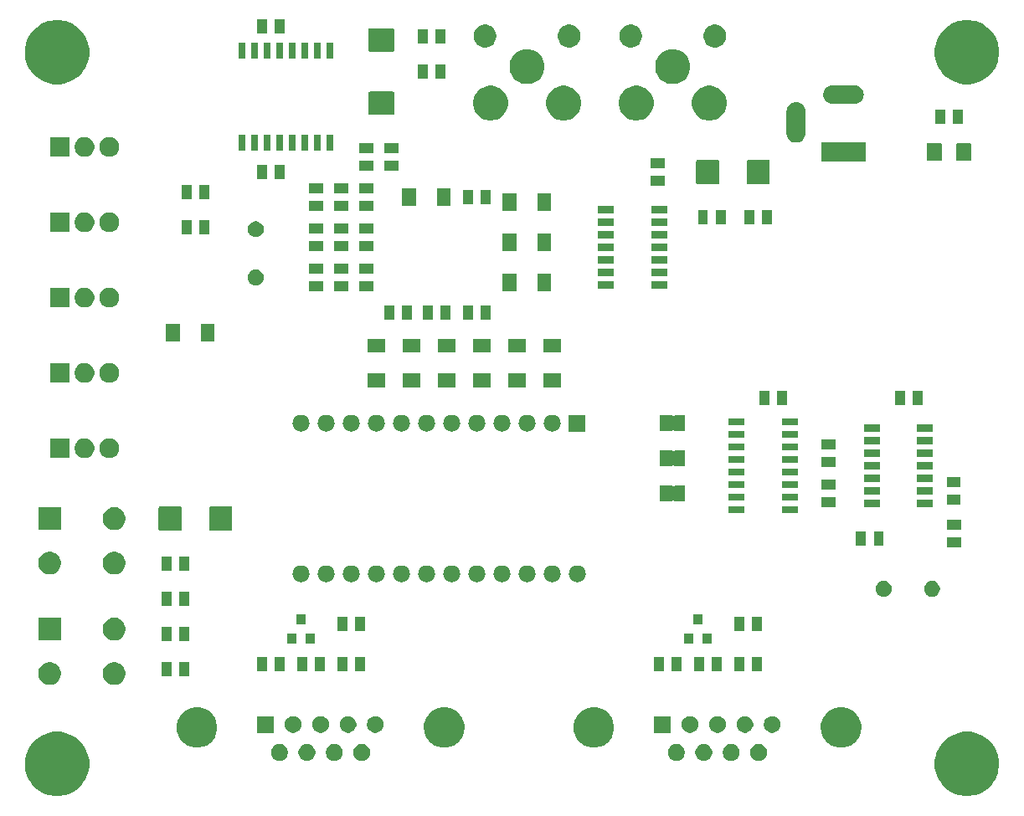
<source format=gbr>
G04 #@! TF.GenerationSoftware,KiCad,Pcbnew,5.0.2-bee76a0~70~ubuntu18.04.1*
G04 #@! TF.CreationDate,2019-12-10T23:09:57+02:00*
G04 #@! TF.ProjectId,videosport,76696465-6f73-4706-9f72-742e6b696361,rev?*
G04 #@! TF.SameCoordinates,Original*
G04 #@! TF.FileFunction,Soldermask,Top*
G04 #@! TF.FilePolarity,Negative*
%FSLAX46Y46*%
G04 Gerber Fmt 4.6, Leading zero omitted, Abs format (unit mm)*
G04 Created by KiCad (PCBNEW 5.0.2-bee76a0~70~ubuntu18.04.1) date Вт 10 дек 2019 23:09:57*
%MOMM*%
%LPD*%
G01*
G04 APERTURE LIST*
%ADD10C,0.100000*%
G04 APERTURE END LIST*
D10*
G36*
X205359728Y-126738147D02*
X205951682Y-126855894D01*
X206543326Y-127100961D01*
X206832923Y-127294464D01*
X207075795Y-127456746D01*
X207528614Y-127909565D01*
X207528616Y-127909568D01*
X207884399Y-128442034D01*
X208077332Y-128907816D01*
X208129466Y-129033679D01*
X208254400Y-129661763D01*
X208254400Y-130302157D01*
X208191933Y-130616199D01*
X208129466Y-130930242D01*
X207884399Y-131521886D01*
X207636665Y-131892645D01*
X207528614Y-132054355D01*
X207075795Y-132507174D01*
X207075792Y-132507176D01*
X206543326Y-132862959D01*
X205951682Y-133108026D01*
X205637639Y-133170493D01*
X205323597Y-133232960D01*
X204683203Y-133232960D01*
X204369161Y-133170493D01*
X204055118Y-133108026D01*
X203463474Y-132862959D01*
X202931008Y-132507176D01*
X202931005Y-132507174D01*
X202478186Y-132054355D01*
X202370135Y-131892645D01*
X202122401Y-131521886D01*
X201877334Y-130930242D01*
X201814867Y-130616199D01*
X201752400Y-130302157D01*
X201752400Y-129661763D01*
X201877334Y-129033679D01*
X201929468Y-128907816D01*
X202122401Y-128442034D01*
X202478184Y-127909568D01*
X202478186Y-127909565D01*
X202931005Y-127456746D01*
X203173877Y-127294464D01*
X203463474Y-127100961D01*
X204055118Y-126855894D01*
X204647072Y-126738147D01*
X204683203Y-126730960D01*
X205323597Y-126730960D01*
X205359728Y-126738147D01*
X205359728Y-126738147D01*
G37*
G36*
X113360928Y-126738147D02*
X113952882Y-126855894D01*
X114544526Y-127100961D01*
X114834123Y-127294464D01*
X115076995Y-127456746D01*
X115529814Y-127909565D01*
X115529816Y-127909568D01*
X115885599Y-128442034D01*
X116078532Y-128907816D01*
X116130666Y-129033679D01*
X116255600Y-129661763D01*
X116255600Y-130302157D01*
X116193133Y-130616199D01*
X116130666Y-130930242D01*
X115885599Y-131521886D01*
X115637865Y-131892645D01*
X115529814Y-132054355D01*
X115076995Y-132507174D01*
X115076992Y-132507176D01*
X114544526Y-132862959D01*
X113952882Y-133108026D01*
X113638839Y-133170493D01*
X113324797Y-133232960D01*
X112684403Y-133232960D01*
X112370361Y-133170493D01*
X112056318Y-133108026D01*
X111464674Y-132862959D01*
X110932208Y-132507176D01*
X110932205Y-132507174D01*
X110479386Y-132054355D01*
X110371335Y-131892645D01*
X110123601Y-131521886D01*
X109878534Y-130930242D01*
X109816067Y-130616199D01*
X109753600Y-130302157D01*
X109753600Y-129661763D01*
X109878534Y-129033679D01*
X109930668Y-128907816D01*
X110123601Y-128442034D01*
X110479384Y-127909568D01*
X110479386Y-127909565D01*
X110932205Y-127456746D01*
X111175077Y-127294464D01*
X111464674Y-127100961D01*
X112056318Y-126855894D01*
X112648272Y-126738147D01*
X112684403Y-126730960D01*
X113324797Y-126730960D01*
X113360928Y-126738147D01*
X113360928Y-126738147D01*
G37*
G36*
X184187228Y-128005703D02*
X184342100Y-128069853D01*
X184481481Y-128162985D01*
X184600015Y-128281519D01*
X184693147Y-128420900D01*
X184757297Y-128575772D01*
X184790000Y-128740184D01*
X184790000Y-128907816D01*
X184757297Y-129072228D01*
X184693147Y-129227100D01*
X184600015Y-129366481D01*
X184481481Y-129485015D01*
X184342100Y-129578147D01*
X184187228Y-129642297D01*
X184022816Y-129675000D01*
X183855184Y-129675000D01*
X183690772Y-129642297D01*
X183535900Y-129578147D01*
X183396519Y-129485015D01*
X183277985Y-129366481D01*
X183184853Y-129227100D01*
X183120703Y-129072228D01*
X183088000Y-128907816D01*
X183088000Y-128740184D01*
X183120703Y-128575772D01*
X183184853Y-128420900D01*
X183277985Y-128281519D01*
X183396519Y-128162985D01*
X183535900Y-128069853D01*
X183690772Y-128005703D01*
X183855184Y-127973000D01*
X184022816Y-127973000D01*
X184187228Y-128005703D01*
X184187228Y-128005703D01*
G37*
G36*
X178647228Y-128005703D02*
X178802100Y-128069853D01*
X178941481Y-128162985D01*
X179060015Y-128281519D01*
X179153147Y-128420900D01*
X179217297Y-128575772D01*
X179250000Y-128740184D01*
X179250000Y-128907816D01*
X179217297Y-129072228D01*
X179153147Y-129227100D01*
X179060015Y-129366481D01*
X178941481Y-129485015D01*
X178802100Y-129578147D01*
X178647228Y-129642297D01*
X178482816Y-129675000D01*
X178315184Y-129675000D01*
X178150772Y-129642297D01*
X177995900Y-129578147D01*
X177856519Y-129485015D01*
X177737985Y-129366481D01*
X177644853Y-129227100D01*
X177580703Y-129072228D01*
X177548000Y-128907816D01*
X177548000Y-128740184D01*
X177580703Y-128575772D01*
X177644853Y-128420900D01*
X177737985Y-128281519D01*
X177856519Y-128162985D01*
X177995900Y-128069853D01*
X178150772Y-128005703D01*
X178315184Y-127973000D01*
X178482816Y-127973000D01*
X178647228Y-128005703D01*
X178647228Y-128005703D01*
G37*
G36*
X141285228Y-128005703D02*
X141440100Y-128069853D01*
X141579481Y-128162985D01*
X141698015Y-128281519D01*
X141791147Y-128420900D01*
X141855297Y-128575772D01*
X141888000Y-128740184D01*
X141888000Y-128907816D01*
X141855297Y-129072228D01*
X141791147Y-129227100D01*
X141698015Y-129366481D01*
X141579481Y-129485015D01*
X141440100Y-129578147D01*
X141285228Y-129642297D01*
X141120816Y-129675000D01*
X140953184Y-129675000D01*
X140788772Y-129642297D01*
X140633900Y-129578147D01*
X140494519Y-129485015D01*
X140375985Y-129366481D01*
X140282853Y-129227100D01*
X140218703Y-129072228D01*
X140186000Y-128907816D01*
X140186000Y-128740184D01*
X140218703Y-128575772D01*
X140282853Y-128420900D01*
X140375985Y-128281519D01*
X140494519Y-128162985D01*
X140633900Y-128069853D01*
X140788772Y-128005703D01*
X140953184Y-127973000D01*
X141120816Y-127973000D01*
X141285228Y-128005703D01*
X141285228Y-128005703D01*
G37*
G36*
X144055228Y-128005703D02*
X144210100Y-128069853D01*
X144349481Y-128162985D01*
X144468015Y-128281519D01*
X144561147Y-128420900D01*
X144625297Y-128575772D01*
X144658000Y-128740184D01*
X144658000Y-128907816D01*
X144625297Y-129072228D01*
X144561147Y-129227100D01*
X144468015Y-129366481D01*
X144349481Y-129485015D01*
X144210100Y-129578147D01*
X144055228Y-129642297D01*
X143890816Y-129675000D01*
X143723184Y-129675000D01*
X143558772Y-129642297D01*
X143403900Y-129578147D01*
X143264519Y-129485015D01*
X143145985Y-129366481D01*
X143052853Y-129227100D01*
X142988703Y-129072228D01*
X142956000Y-128907816D01*
X142956000Y-128740184D01*
X142988703Y-128575772D01*
X143052853Y-128420900D01*
X143145985Y-128281519D01*
X143264519Y-128162985D01*
X143403900Y-128069853D01*
X143558772Y-128005703D01*
X143723184Y-127973000D01*
X143890816Y-127973000D01*
X144055228Y-128005703D01*
X144055228Y-128005703D01*
G37*
G36*
X135745228Y-128005703D02*
X135900100Y-128069853D01*
X136039481Y-128162985D01*
X136158015Y-128281519D01*
X136251147Y-128420900D01*
X136315297Y-128575772D01*
X136348000Y-128740184D01*
X136348000Y-128907816D01*
X136315297Y-129072228D01*
X136251147Y-129227100D01*
X136158015Y-129366481D01*
X136039481Y-129485015D01*
X135900100Y-129578147D01*
X135745228Y-129642297D01*
X135580816Y-129675000D01*
X135413184Y-129675000D01*
X135248772Y-129642297D01*
X135093900Y-129578147D01*
X134954519Y-129485015D01*
X134835985Y-129366481D01*
X134742853Y-129227100D01*
X134678703Y-129072228D01*
X134646000Y-128907816D01*
X134646000Y-128740184D01*
X134678703Y-128575772D01*
X134742853Y-128420900D01*
X134835985Y-128281519D01*
X134954519Y-128162985D01*
X135093900Y-128069853D01*
X135248772Y-128005703D01*
X135413184Y-127973000D01*
X135580816Y-127973000D01*
X135745228Y-128005703D01*
X135745228Y-128005703D01*
G37*
G36*
X175877228Y-128005703D02*
X176032100Y-128069853D01*
X176171481Y-128162985D01*
X176290015Y-128281519D01*
X176383147Y-128420900D01*
X176447297Y-128575772D01*
X176480000Y-128740184D01*
X176480000Y-128907816D01*
X176447297Y-129072228D01*
X176383147Y-129227100D01*
X176290015Y-129366481D01*
X176171481Y-129485015D01*
X176032100Y-129578147D01*
X175877228Y-129642297D01*
X175712816Y-129675000D01*
X175545184Y-129675000D01*
X175380772Y-129642297D01*
X175225900Y-129578147D01*
X175086519Y-129485015D01*
X174967985Y-129366481D01*
X174874853Y-129227100D01*
X174810703Y-129072228D01*
X174778000Y-128907816D01*
X174778000Y-128740184D01*
X174810703Y-128575772D01*
X174874853Y-128420900D01*
X174967985Y-128281519D01*
X175086519Y-128162985D01*
X175225900Y-128069853D01*
X175380772Y-128005703D01*
X175545184Y-127973000D01*
X175712816Y-127973000D01*
X175877228Y-128005703D01*
X175877228Y-128005703D01*
G37*
G36*
X138515228Y-128005703D02*
X138670100Y-128069853D01*
X138809481Y-128162985D01*
X138928015Y-128281519D01*
X139021147Y-128420900D01*
X139085297Y-128575772D01*
X139118000Y-128740184D01*
X139118000Y-128907816D01*
X139085297Y-129072228D01*
X139021147Y-129227100D01*
X138928015Y-129366481D01*
X138809481Y-129485015D01*
X138670100Y-129578147D01*
X138515228Y-129642297D01*
X138350816Y-129675000D01*
X138183184Y-129675000D01*
X138018772Y-129642297D01*
X137863900Y-129578147D01*
X137724519Y-129485015D01*
X137605985Y-129366481D01*
X137512853Y-129227100D01*
X137448703Y-129072228D01*
X137416000Y-128907816D01*
X137416000Y-128740184D01*
X137448703Y-128575772D01*
X137512853Y-128420900D01*
X137605985Y-128281519D01*
X137724519Y-128162985D01*
X137863900Y-128069853D01*
X138018772Y-128005703D01*
X138183184Y-127973000D01*
X138350816Y-127973000D01*
X138515228Y-128005703D01*
X138515228Y-128005703D01*
G37*
G36*
X181417228Y-128005703D02*
X181572100Y-128069853D01*
X181711481Y-128162985D01*
X181830015Y-128281519D01*
X181923147Y-128420900D01*
X181987297Y-128575772D01*
X182020000Y-128740184D01*
X182020000Y-128907816D01*
X181987297Y-129072228D01*
X181923147Y-129227100D01*
X181830015Y-129366481D01*
X181711481Y-129485015D01*
X181572100Y-129578147D01*
X181417228Y-129642297D01*
X181252816Y-129675000D01*
X181085184Y-129675000D01*
X180920772Y-129642297D01*
X180765900Y-129578147D01*
X180626519Y-129485015D01*
X180507985Y-129366481D01*
X180414853Y-129227100D01*
X180350703Y-129072228D01*
X180318000Y-128907816D01*
X180318000Y-128740184D01*
X180350703Y-128575772D01*
X180414853Y-128420900D01*
X180507985Y-128281519D01*
X180626519Y-128162985D01*
X180765900Y-128069853D01*
X180920772Y-128005703D01*
X181085184Y-127973000D01*
X181252816Y-127973000D01*
X181417228Y-128005703D01*
X181417228Y-128005703D01*
G37*
G36*
X192882252Y-124311818D02*
X192882254Y-124311819D01*
X192882255Y-124311819D01*
X193255513Y-124466427D01*
X193255514Y-124466428D01*
X193591439Y-124690886D01*
X193877114Y-124976561D01*
X193877116Y-124976564D01*
X194101573Y-125312487D01*
X194212753Y-125580900D01*
X194256182Y-125685748D01*
X194335000Y-126081993D01*
X194335000Y-126486007D01*
X194303372Y-126645014D01*
X194256181Y-126882255D01*
X194101573Y-127255513D01*
X194026190Y-127368331D01*
X193877114Y-127591439D01*
X193591439Y-127877114D01*
X193591436Y-127877116D01*
X193255513Y-128101573D01*
X192882255Y-128256181D01*
X192882254Y-128256181D01*
X192882252Y-128256182D01*
X192486007Y-128335000D01*
X192081993Y-128335000D01*
X191685748Y-128256182D01*
X191685746Y-128256181D01*
X191685745Y-128256181D01*
X191312487Y-128101573D01*
X190976564Y-127877116D01*
X190976561Y-127877114D01*
X190690886Y-127591439D01*
X190541810Y-127368331D01*
X190466427Y-127255513D01*
X190311819Y-126882255D01*
X190264629Y-126645014D01*
X190233000Y-126486007D01*
X190233000Y-126081993D01*
X190311818Y-125685748D01*
X190355247Y-125580900D01*
X190466427Y-125312487D01*
X190690884Y-124976564D01*
X190690886Y-124976561D01*
X190976561Y-124690886D01*
X191312486Y-124466428D01*
X191312487Y-124466427D01*
X191685745Y-124311819D01*
X191685746Y-124311819D01*
X191685748Y-124311818D01*
X192081993Y-124233000D01*
X192486007Y-124233000D01*
X192882252Y-124311818D01*
X192882252Y-124311818D01*
G37*
G36*
X152750252Y-124311818D02*
X152750254Y-124311819D01*
X152750255Y-124311819D01*
X153123513Y-124466427D01*
X153123514Y-124466428D01*
X153459439Y-124690886D01*
X153745114Y-124976561D01*
X153745116Y-124976564D01*
X153969573Y-125312487D01*
X154080753Y-125580900D01*
X154124182Y-125685748D01*
X154203000Y-126081993D01*
X154203000Y-126486007D01*
X154171372Y-126645014D01*
X154124181Y-126882255D01*
X153969573Y-127255513D01*
X153894190Y-127368331D01*
X153745114Y-127591439D01*
X153459439Y-127877114D01*
X153459436Y-127877116D01*
X153123513Y-128101573D01*
X152750255Y-128256181D01*
X152750254Y-128256181D01*
X152750252Y-128256182D01*
X152354007Y-128335000D01*
X151949993Y-128335000D01*
X151553748Y-128256182D01*
X151553746Y-128256181D01*
X151553745Y-128256181D01*
X151180487Y-128101573D01*
X150844564Y-127877116D01*
X150844561Y-127877114D01*
X150558886Y-127591439D01*
X150409810Y-127368331D01*
X150334427Y-127255513D01*
X150179819Y-126882255D01*
X150132629Y-126645014D01*
X150101000Y-126486007D01*
X150101000Y-126081993D01*
X150179818Y-125685748D01*
X150223247Y-125580900D01*
X150334427Y-125312487D01*
X150558884Y-124976564D01*
X150558886Y-124976561D01*
X150844561Y-124690886D01*
X151180486Y-124466428D01*
X151180487Y-124466427D01*
X151553745Y-124311819D01*
X151553746Y-124311819D01*
X151553748Y-124311818D01*
X151949993Y-124233000D01*
X152354007Y-124233000D01*
X152750252Y-124311818D01*
X152750252Y-124311818D01*
G37*
G36*
X127750252Y-124311818D02*
X127750254Y-124311819D01*
X127750255Y-124311819D01*
X128123513Y-124466427D01*
X128123514Y-124466428D01*
X128459439Y-124690886D01*
X128745114Y-124976561D01*
X128745116Y-124976564D01*
X128969573Y-125312487D01*
X129080753Y-125580900D01*
X129124182Y-125685748D01*
X129203000Y-126081993D01*
X129203000Y-126486007D01*
X129171372Y-126645014D01*
X129124181Y-126882255D01*
X128969573Y-127255513D01*
X128894190Y-127368331D01*
X128745114Y-127591439D01*
X128459439Y-127877114D01*
X128459436Y-127877116D01*
X128123513Y-128101573D01*
X127750255Y-128256181D01*
X127750254Y-128256181D01*
X127750252Y-128256182D01*
X127354007Y-128335000D01*
X126949993Y-128335000D01*
X126553748Y-128256182D01*
X126553746Y-128256181D01*
X126553745Y-128256181D01*
X126180487Y-128101573D01*
X125844564Y-127877116D01*
X125844561Y-127877114D01*
X125558886Y-127591439D01*
X125409810Y-127368331D01*
X125334427Y-127255513D01*
X125179819Y-126882255D01*
X125132629Y-126645014D01*
X125101000Y-126486007D01*
X125101000Y-126081993D01*
X125179818Y-125685748D01*
X125223247Y-125580900D01*
X125334427Y-125312487D01*
X125558884Y-124976564D01*
X125558886Y-124976561D01*
X125844561Y-124690886D01*
X126180486Y-124466428D01*
X126180487Y-124466427D01*
X126553745Y-124311819D01*
X126553746Y-124311819D01*
X126553748Y-124311818D01*
X126949993Y-124233000D01*
X127354007Y-124233000D01*
X127750252Y-124311818D01*
X127750252Y-124311818D01*
G37*
G36*
X167882252Y-124311818D02*
X167882254Y-124311819D01*
X167882255Y-124311819D01*
X168255513Y-124466427D01*
X168255514Y-124466428D01*
X168591439Y-124690886D01*
X168877114Y-124976561D01*
X168877116Y-124976564D01*
X169101573Y-125312487D01*
X169212753Y-125580900D01*
X169256182Y-125685748D01*
X169335000Y-126081993D01*
X169335000Y-126486007D01*
X169303372Y-126645014D01*
X169256181Y-126882255D01*
X169101573Y-127255513D01*
X169026190Y-127368331D01*
X168877114Y-127591439D01*
X168591439Y-127877114D01*
X168591436Y-127877116D01*
X168255513Y-128101573D01*
X167882255Y-128256181D01*
X167882254Y-128256181D01*
X167882252Y-128256182D01*
X167486007Y-128335000D01*
X167081993Y-128335000D01*
X166685748Y-128256182D01*
X166685746Y-128256181D01*
X166685745Y-128256181D01*
X166312487Y-128101573D01*
X165976564Y-127877116D01*
X165976561Y-127877114D01*
X165690886Y-127591439D01*
X165541810Y-127368331D01*
X165466427Y-127255513D01*
X165311819Y-126882255D01*
X165264629Y-126645014D01*
X165233000Y-126486007D01*
X165233000Y-126081993D01*
X165311818Y-125685748D01*
X165355247Y-125580900D01*
X165466427Y-125312487D01*
X165690884Y-124976564D01*
X165690886Y-124976561D01*
X165976561Y-124690886D01*
X166312486Y-124466428D01*
X166312487Y-124466427D01*
X166685745Y-124311819D01*
X166685746Y-124311819D01*
X166685748Y-124311818D01*
X167081993Y-124233000D01*
X167486007Y-124233000D01*
X167882252Y-124311818D01*
X167882252Y-124311818D01*
G37*
G36*
X185572228Y-125165703D02*
X185727100Y-125229853D01*
X185866481Y-125322985D01*
X185985015Y-125441519D01*
X186078147Y-125580900D01*
X186142297Y-125735772D01*
X186175000Y-125900184D01*
X186175000Y-126067816D01*
X186142297Y-126232228D01*
X186078147Y-126387100D01*
X185985015Y-126526481D01*
X185866481Y-126645015D01*
X185727100Y-126738147D01*
X185572228Y-126802297D01*
X185407816Y-126835000D01*
X185240184Y-126835000D01*
X185075772Y-126802297D01*
X184920900Y-126738147D01*
X184781519Y-126645015D01*
X184662985Y-126526481D01*
X184569853Y-126387100D01*
X184505703Y-126232228D01*
X184473000Y-126067816D01*
X184473000Y-125900184D01*
X184505703Y-125735772D01*
X184569853Y-125580900D01*
X184662985Y-125441519D01*
X184781519Y-125322985D01*
X184920900Y-125229853D01*
X185075772Y-125165703D01*
X185240184Y-125133000D01*
X185407816Y-125133000D01*
X185572228Y-125165703D01*
X185572228Y-125165703D01*
G37*
G36*
X182802228Y-125165703D02*
X182957100Y-125229853D01*
X183096481Y-125322985D01*
X183215015Y-125441519D01*
X183308147Y-125580900D01*
X183372297Y-125735772D01*
X183405000Y-125900184D01*
X183405000Y-126067816D01*
X183372297Y-126232228D01*
X183308147Y-126387100D01*
X183215015Y-126526481D01*
X183096481Y-126645015D01*
X182957100Y-126738147D01*
X182802228Y-126802297D01*
X182637816Y-126835000D01*
X182470184Y-126835000D01*
X182305772Y-126802297D01*
X182150900Y-126738147D01*
X182011519Y-126645015D01*
X181892985Y-126526481D01*
X181799853Y-126387100D01*
X181735703Y-126232228D01*
X181703000Y-126067816D01*
X181703000Y-125900184D01*
X181735703Y-125735772D01*
X181799853Y-125580900D01*
X181892985Y-125441519D01*
X182011519Y-125322985D01*
X182150900Y-125229853D01*
X182305772Y-125165703D01*
X182470184Y-125133000D01*
X182637816Y-125133000D01*
X182802228Y-125165703D01*
X182802228Y-125165703D01*
G37*
G36*
X180032228Y-125165703D02*
X180187100Y-125229853D01*
X180326481Y-125322985D01*
X180445015Y-125441519D01*
X180538147Y-125580900D01*
X180602297Y-125735772D01*
X180635000Y-125900184D01*
X180635000Y-126067816D01*
X180602297Y-126232228D01*
X180538147Y-126387100D01*
X180445015Y-126526481D01*
X180326481Y-126645015D01*
X180187100Y-126738147D01*
X180032228Y-126802297D01*
X179867816Y-126835000D01*
X179700184Y-126835000D01*
X179535772Y-126802297D01*
X179380900Y-126738147D01*
X179241519Y-126645015D01*
X179122985Y-126526481D01*
X179029853Y-126387100D01*
X178965703Y-126232228D01*
X178933000Y-126067816D01*
X178933000Y-125900184D01*
X178965703Y-125735772D01*
X179029853Y-125580900D01*
X179122985Y-125441519D01*
X179241519Y-125322985D01*
X179380900Y-125229853D01*
X179535772Y-125165703D01*
X179700184Y-125133000D01*
X179867816Y-125133000D01*
X180032228Y-125165703D01*
X180032228Y-125165703D01*
G37*
G36*
X177262228Y-125165703D02*
X177417100Y-125229853D01*
X177556481Y-125322985D01*
X177675015Y-125441519D01*
X177768147Y-125580900D01*
X177832297Y-125735772D01*
X177865000Y-125900184D01*
X177865000Y-126067816D01*
X177832297Y-126232228D01*
X177768147Y-126387100D01*
X177675015Y-126526481D01*
X177556481Y-126645015D01*
X177417100Y-126738147D01*
X177262228Y-126802297D01*
X177097816Y-126835000D01*
X176930184Y-126835000D01*
X176765772Y-126802297D01*
X176610900Y-126738147D01*
X176471519Y-126645015D01*
X176352985Y-126526481D01*
X176259853Y-126387100D01*
X176195703Y-126232228D01*
X176163000Y-126067816D01*
X176163000Y-125900184D01*
X176195703Y-125735772D01*
X176259853Y-125580900D01*
X176352985Y-125441519D01*
X176471519Y-125322985D01*
X176610900Y-125229853D01*
X176765772Y-125165703D01*
X176930184Y-125133000D01*
X177097816Y-125133000D01*
X177262228Y-125165703D01*
X177262228Y-125165703D01*
G37*
G36*
X175095000Y-126835000D02*
X173393000Y-126835000D01*
X173393000Y-125133000D01*
X175095000Y-125133000D01*
X175095000Y-126835000D01*
X175095000Y-126835000D01*
G37*
G36*
X134963000Y-126835000D02*
X133261000Y-126835000D01*
X133261000Y-125133000D01*
X134963000Y-125133000D01*
X134963000Y-126835000D01*
X134963000Y-126835000D01*
G37*
G36*
X137130228Y-125165703D02*
X137285100Y-125229853D01*
X137424481Y-125322985D01*
X137543015Y-125441519D01*
X137636147Y-125580900D01*
X137700297Y-125735772D01*
X137733000Y-125900184D01*
X137733000Y-126067816D01*
X137700297Y-126232228D01*
X137636147Y-126387100D01*
X137543015Y-126526481D01*
X137424481Y-126645015D01*
X137285100Y-126738147D01*
X137130228Y-126802297D01*
X136965816Y-126835000D01*
X136798184Y-126835000D01*
X136633772Y-126802297D01*
X136478900Y-126738147D01*
X136339519Y-126645015D01*
X136220985Y-126526481D01*
X136127853Y-126387100D01*
X136063703Y-126232228D01*
X136031000Y-126067816D01*
X136031000Y-125900184D01*
X136063703Y-125735772D01*
X136127853Y-125580900D01*
X136220985Y-125441519D01*
X136339519Y-125322985D01*
X136478900Y-125229853D01*
X136633772Y-125165703D01*
X136798184Y-125133000D01*
X136965816Y-125133000D01*
X137130228Y-125165703D01*
X137130228Y-125165703D01*
G37*
G36*
X139900228Y-125165703D02*
X140055100Y-125229853D01*
X140194481Y-125322985D01*
X140313015Y-125441519D01*
X140406147Y-125580900D01*
X140470297Y-125735772D01*
X140503000Y-125900184D01*
X140503000Y-126067816D01*
X140470297Y-126232228D01*
X140406147Y-126387100D01*
X140313015Y-126526481D01*
X140194481Y-126645015D01*
X140055100Y-126738147D01*
X139900228Y-126802297D01*
X139735816Y-126835000D01*
X139568184Y-126835000D01*
X139403772Y-126802297D01*
X139248900Y-126738147D01*
X139109519Y-126645015D01*
X138990985Y-126526481D01*
X138897853Y-126387100D01*
X138833703Y-126232228D01*
X138801000Y-126067816D01*
X138801000Y-125900184D01*
X138833703Y-125735772D01*
X138897853Y-125580900D01*
X138990985Y-125441519D01*
X139109519Y-125322985D01*
X139248900Y-125229853D01*
X139403772Y-125165703D01*
X139568184Y-125133000D01*
X139735816Y-125133000D01*
X139900228Y-125165703D01*
X139900228Y-125165703D01*
G37*
G36*
X142670228Y-125165703D02*
X142825100Y-125229853D01*
X142964481Y-125322985D01*
X143083015Y-125441519D01*
X143176147Y-125580900D01*
X143240297Y-125735772D01*
X143273000Y-125900184D01*
X143273000Y-126067816D01*
X143240297Y-126232228D01*
X143176147Y-126387100D01*
X143083015Y-126526481D01*
X142964481Y-126645015D01*
X142825100Y-126738147D01*
X142670228Y-126802297D01*
X142505816Y-126835000D01*
X142338184Y-126835000D01*
X142173772Y-126802297D01*
X142018900Y-126738147D01*
X141879519Y-126645015D01*
X141760985Y-126526481D01*
X141667853Y-126387100D01*
X141603703Y-126232228D01*
X141571000Y-126067816D01*
X141571000Y-125900184D01*
X141603703Y-125735772D01*
X141667853Y-125580900D01*
X141760985Y-125441519D01*
X141879519Y-125322985D01*
X142018900Y-125229853D01*
X142173772Y-125165703D01*
X142338184Y-125133000D01*
X142505816Y-125133000D01*
X142670228Y-125165703D01*
X142670228Y-125165703D01*
G37*
G36*
X145440228Y-125165703D02*
X145595100Y-125229853D01*
X145734481Y-125322985D01*
X145853015Y-125441519D01*
X145946147Y-125580900D01*
X146010297Y-125735772D01*
X146043000Y-125900184D01*
X146043000Y-126067816D01*
X146010297Y-126232228D01*
X145946147Y-126387100D01*
X145853015Y-126526481D01*
X145734481Y-126645015D01*
X145595100Y-126738147D01*
X145440228Y-126802297D01*
X145275816Y-126835000D01*
X145108184Y-126835000D01*
X144943772Y-126802297D01*
X144788900Y-126738147D01*
X144649519Y-126645015D01*
X144530985Y-126526481D01*
X144437853Y-126387100D01*
X144373703Y-126232228D01*
X144341000Y-126067816D01*
X144341000Y-125900184D01*
X144373703Y-125735772D01*
X144437853Y-125580900D01*
X144530985Y-125441519D01*
X144649519Y-125322985D01*
X144788900Y-125229853D01*
X144943772Y-125165703D01*
X145108184Y-125133000D01*
X145275816Y-125133000D01*
X145440228Y-125165703D01*
X145440228Y-125165703D01*
G37*
G36*
X112603734Y-119725232D02*
X112813202Y-119811996D01*
X113001723Y-119937962D01*
X113162038Y-120098277D01*
X113288004Y-120286798D01*
X113374768Y-120496266D01*
X113419000Y-120718635D01*
X113419000Y-120945365D01*
X113374768Y-121167734D01*
X113288004Y-121377202D01*
X113162038Y-121565723D01*
X113001723Y-121726038D01*
X112813202Y-121852004D01*
X112603734Y-121938768D01*
X112381365Y-121983000D01*
X112154635Y-121983000D01*
X111932266Y-121938768D01*
X111722798Y-121852004D01*
X111534277Y-121726038D01*
X111373962Y-121565723D01*
X111247996Y-121377202D01*
X111161232Y-121167734D01*
X111117000Y-120945365D01*
X111117000Y-120718635D01*
X111161232Y-120496266D01*
X111247996Y-120286798D01*
X111373962Y-120098277D01*
X111534277Y-119937962D01*
X111722798Y-119811996D01*
X111932266Y-119725232D01*
X112154635Y-119681000D01*
X112381365Y-119681000D01*
X112603734Y-119725232D01*
X112603734Y-119725232D01*
G37*
G36*
X119103734Y-119725232D02*
X119313202Y-119811996D01*
X119501723Y-119937962D01*
X119662038Y-120098277D01*
X119788004Y-120286798D01*
X119874768Y-120496266D01*
X119919000Y-120718635D01*
X119919000Y-120945365D01*
X119874768Y-121167734D01*
X119788004Y-121377202D01*
X119662038Y-121565723D01*
X119501723Y-121726038D01*
X119313202Y-121852004D01*
X119103734Y-121938768D01*
X118881365Y-121983000D01*
X118654635Y-121983000D01*
X118432266Y-121938768D01*
X118222798Y-121852004D01*
X118034277Y-121726038D01*
X117873962Y-121565723D01*
X117747996Y-121377202D01*
X117661232Y-121167734D01*
X117617000Y-120945365D01*
X117617000Y-120718635D01*
X117661232Y-120496266D01*
X117747996Y-120286798D01*
X117873962Y-120098277D01*
X118034277Y-119937962D01*
X118222798Y-119811996D01*
X118432266Y-119725232D01*
X118654635Y-119681000D01*
X118881365Y-119681000D01*
X119103734Y-119725232D01*
X119103734Y-119725232D01*
G37*
G36*
X124569220Y-121097040D02*
X123568460Y-121097040D01*
X123568460Y-119694960D01*
X124569220Y-119694960D01*
X124569220Y-121097040D01*
X124569220Y-121097040D01*
G37*
G36*
X126367540Y-121097040D02*
X125366780Y-121097040D01*
X125366780Y-119694960D01*
X126367540Y-119694960D01*
X126367540Y-121097040D01*
X126367540Y-121097040D01*
G37*
G36*
X182481220Y-120589040D02*
X181480460Y-120589040D01*
X181480460Y-119186960D01*
X182481220Y-119186960D01*
X182481220Y-120589040D01*
X182481220Y-120589040D01*
G37*
G36*
X140083540Y-120589040D02*
X139082780Y-120589040D01*
X139082780Y-119186960D01*
X140083540Y-119186960D01*
X140083540Y-120589040D01*
X140083540Y-120589040D01*
G37*
G36*
X174353220Y-120589040D02*
X173352460Y-120589040D01*
X173352460Y-119186960D01*
X174353220Y-119186960D01*
X174353220Y-120589040D01*
X174353220Y-120589040D01*
G37*
G36*
X176151540Y-120589040D02*
X175150780Y-120589040D01*
X175150780Y-119186960D01*
X176151540Y-119186960D01*
X176151540Y-120589040D01*
X176151540Y-120589040D01*
G37*
G36*
X180215540Y-120589040D02*
X179214780Y-120589040D01*
X179214780Y-119186960D01*
X180215540Y-119186960D01*
X180215540Y-120589040D01*
X180215540Y-120589040D01*
G37*
G36*
X178417220Y-120589040D02*
X177416460Y-120589040D01*
X177416460Y-119186960D01*
X178417220Y-119186960D01*
X178417220Y-120589040D01*
X178417220Y-120589040D01*
G37*
G36*
X184279540Y-120589040D02*
X183278780Y-120589040D01*
X183278780Y-119186960D01*
X184279540Y-119186960D01*
X184279540Y-120589040D01*
X184279540Y-120589040D01*
G37*
G36*
X142349220Y-120589040D02*
X141348460Y-120589040D01*
X141348460Y-119186960D01*
X142349220Y-119186960D01*
X142349220Y-120589040D01*
X142349220Y-120589040D01*
G37*
G36*
X144147540Y-120589040D02*
X143146780Y-120589040D01*
X143146780Y-119186960D01*
X144147540Y-119186960D01*
X144147540Y-120589040D01*
X144147540Y-120589040D01*
G37*
G36*
X134221220Y-120589040D02*
X133220460Y-120589040D01*
X133220460Y-119186960D01*
X134221220Y-119186960D01*
X134221220Y-120589040D01*
X134221220Y-120589040D01*
G37*
G36*
X136019540Y-120589040D02*
X135018780Y-120589040D01*
X135018780Y-119186960D01*
X136019540Y-119186960D01*
X136019540Y-120589040D01*
X136019540Y-120589040D01*
G37*
G36*
X138285220Y-120589040D02*
X137284460Y-120589040D01*
X137284460Y-119186960D01*
X138285220Y-119186960D01*
X138285220Y-120589040D01*
X138285220Y-120589040D01*
G37*
G36*
X139069000Y-117833000D02*
X138167000Y-117833000D01*
X138167000Y-116831000D01*
X139069000Y-116831000D01*
X139069000Y-117833000D01*
X139069000Y-117833000D01*
G37*
G36*
X179201000Y-117833000D02*
X178299000Y-117833000D01*
X178299000Y-116831000D01*
X179201000Y-116831000D01*
X179201000Y-117833000D01*
X179201000Y-117833000D01*
G37*
G36*
X137169000Y-117833000D02*
X136267000Y-117833000D01*
X136267000Y-116831000D01*
X137169000Y-116831000D01*
X137169000Y-117833000D01*
X137169000Y-117833000D01*
G37*
G36*
X177301000Y-117833000D02*
X176399000Y-117833000D01*
X176399000Y-116831000D01*
X177301000Y-116831000D01*
X177301000Y-117833000D01*
X177301000Y-117833000D01*
G37*
G36*
X124569220Y-117541040D02*
X123568460Y-117541040D01*
X123568460Y-116138960D01*
X124569220Y-116138960D01*
X124569220Y-117541040D01*
X124569220Y-117541040D01*
G37*
G36*
X126367540Y-117541040D02*
X125366780Y-117541040D01*
X125366780Y-116138960D01*
X126367540Y-116138960D01*
X126367540Y-117541040D01*
X126367540Y-117541040D01*
G37*
G36*
X119103734Y-115225232D02*
X119313202Y-115311996D01*
X119501723Y-115437962D01*
X119662038Y-115598277D01*
X119788004Y-115786798D01*
X119874768Y-115996266D01*
X119919000Y-116218635D01*
X119919000Y-116445365D01*
X119874768Y-116667734D01*
X119788004Y-116877202D01*
X119662038Y-117065723D01*
X119501723Y-117226038D01*
X119313202Y-117352004D01*
X119103734Y-117438768D01*
X118881365Y-117483000D01*
X118654635Y-117483000D01*
X118432266Y-117438768D01*
X118222798Y-117352004D01*
X118034277Y-117226038D01*
X117873962Y-117065723D01*
X117747996Y-116877202D01*
X117661232Y-116667734D01*
X117617000Y-116445365D01*
X117617000Y-116218635D01*
X117661232Y-115996266D01*
X117747996Y-115786798D01*
X117873962Y-115598277D01*
X118034277Y-115437962D01*
X118222798Y-115311996D01*
X118432266Y-115225232D01*
X118654635Y-115181000D01*
X118881365Y-115181000D01*
X119103734Y-115225232D01*
X119103734Y-115225232D01*
G37*
G36*
X113419000Y-117483000D02*
X111117000Y-117483000D01*
X111117000Y-115181000D01*
X113419000Y-115181000D01*
X113419000Y-117483000D01*
X113419000Y-117483000D01*
G37*
G36*
X184279540Y-116525040D02*
X183278780Y-116525040D01*
X183278780Y-115122960D01*
X184279540Y-115122960D01*
X184279540Y-116525040D01*
X184279540Y-116525040D01*
G37*
G36*
X182481220Y-116525040D02*
X181480460Y-116525040D01*
X181480460Y-115122960D01*
X182481220Y-115122960D01*
X182481220Y-116525040D01*
X182481220Y-116525040D01*
G37*
G36*
X144147540Y-116525040D02*
X143146780Y-116525040D01*
X143146780Y-115122960D01*
X144147540Y-115122960D01*
X144147540Y-116525040D01*
X144147540Y-116525040D01*
G37*
G36*
X142349220Y-116525040D02*
X141348460Y-116525040D01*
X141348460Y-115122960D01*
X142349220Y-115122960D01*
X142349220Y-116525040D01*
X142349220Y-116525040D01*
G37*
G36*
X138119000Y-115833000D02*
X137217000Y-115833000D01*
X137217000Y-114831000D01*
X138119000Y-114831000D01*
X138119000Y-115833000D01*
X138119000Y-115833000D01*
G37*
G36*
X178251000Y-115833000D02*
X177349000Y-115833000D01*
X177349000Y-114831000D01*
X178251000Y-114831000D01*
X178251000Y-115833000D01*
X178251000Y-115833000D01*
G37*
G36*
X126367540Y-113985040D02*
X125366780Y-113985040D01*
X125366780Y-112582960D01*
X126367540Y-112582960D01*
X126367540Y-113985040D01*
X126367540Y-113985040D01*
G37*
G36*
X124569220Y-113985040D02*
X123568460Y-113985040D01*
X123568460Y-112582960D01*
X124569220Y-112582960D01*
X124569220Y-113985040D01*
X124569220Y-113985040D01*
G37*
G36*
X201709643Y-111497781D02*
X201855415Y-111558162D01*
X201986611Y-111645824D01*
X202098176Y-111757389D01*
X202185838Y-111888585D01*
X202246219Y-112034357D01*
X202277000Y-112189107D01*
X202277000Y-112346893D01*
X202246219Y-112501643D01*
X202185838Y-112647415D01*
X202098176Y-112778611D01*
X201986611Y-112890176D01*
X201855415Y-112977838D01*
X201709643Y-113038219D01*
X201554893Y-113069000D01*
X201397107Y-113069000D01*
X201242357Y-113038219D01*
X201096585Y-112977838D01*
X200965389Y-112890176D01*
X200853824Y-112778611D01*
X200766162Y-112647415D01*
X200705781Y-112501643D01*
X200675000Y-112346893D01*
X200675000Y-112189107D01*
X200705781Y-112034357D01*
X200766162Y-111888585D01*
X200853824Y-111757389D01*
X200965389Y-111645824D01*
X201096585Y-111558162D01*
X201242357Y-111497781D01*
X201397107Y-111467000D01*
X201554893Y-111467000D01*
X201709643Y-111497781D01*
X201709643Y-111497781D01*
G37*
G36*
X196829643Y-111497781D02*
X196975415Y-111558162D01*
X197106611Y-111645824D01*
X197218176Y-111757389D01*
X197305838Y-111888585D01*
X197366219Y-112034357D01*
X197397000Y-112189107D01*
X197397000Y-112346893D01*
X197366219Y-112501643D01*
X197305838Y-112647415D01*
X197218176Y-112778611D01*
X197106611Y-112890176D01*
X196975415Y-112977838D01*
X196829643Y-113038219D01*
X196674893Y-113069000D01*
X196517107Y-113069000D01*
X196362357Y-113038219D01*
X196216585Y-112977838D01*
X196085389Y-112890176D01*
X195973824Y-112778611D01*
X195886162Y-112647415D01*
X195825781Y-112501643D01*
X195795000Y-112346893D01*
X195795000Y-112189107D01*
X195825781Y-112034357D01*
X195886162Y-111888585D01*
X195973824Y-111757389D01*
X196085389Y-111645824D01*
X196216585Y-111558162D01*
X196362357Y-111497781D01*
X196517107Y-111467000D01*
X196674893Y-111467000D01*
X196829643Y-111497781D01*
X196829643Y-111497781D01*
G37*
G36*
X140374821Y-109905313D02*
X140374824Y-109905314D01*
X140374825Y-109905314D01*
X140535239Y-109953975D01*
X140535241Y-109953976D01*
X140535244Y-109953977D01*
X140683078Y-110032995D01*
X140812659Y-110139341D01*
X140919005Y-110268922D01*
X140998023Y-110416756D01*
X140998024Y-110416759D01*
X140998025Y-110416761D01*
X141046686Y-110577175D01*
X141046687Y-110577179D01*
X141063117Y-110744000D01*
X141046687Y-110910821D01*
X140998023Y-111071244D01*
X140919005Y-111219078D01*
X140812659Y-111348659D01*
X140683078Y-111455005D01*
X140535244Y-111534023D01*
X140535241Y-111534024D01*
X140535239Y-111534025D01*
X140374825Y-111582686D01*
X140374824Y-111582686D01*
X140374821Y-111582687D01*
X140249804Y-111595000D01*
X140166196Y-111595000D01*
X140041179Y-111582687D01*
X140041176Y-111582686D01*
X140041175Y-111582686D01*
X139880761Y-111534025D01*
X139880759Y-111534024D01*
X139880756Y-111534023D01*
X139732922Y-111455005D01*
X139603341Y-111348659D01*
X139496995Y-111219078D01*
X139417977Y-111071244D01*
X139369313Y-110910821D01*
X139352883Y-110744000D01*
X139369313Y-110577179D01*
X139369314Y-110577175D01*
X139417975Y-110416761D01*
X139417976Y-110416759D01*
X139417977Y-110416756D01*
X139496995Y-110268922D01*
X139603341Y-110139341D01*
X139732922Y-110032995D01*
X139880756Y-109953977D01*
X139880759Y-109953976D01*
X139880761Y-109953975D01*
X140041175Y-109905314D01*
X140041176Y-109905314D01*
X140041179Y-109905313D01*
X140166196Y-109893000D01*
X140249804Y-109893000D01*
X140374821Y-109905313D01*
X140374821Y-109905313D01*
G37*
G36*
X142914821Y-109905313D02*
X142914824Y-109905314D01*
X142914825Y-109905314D01*
X143075239Y-109953975D01*
X143075241Y-109953976D01*
X143075244Y-109953977D01*
X143223078Y-110032995D01*
X143352659Y-110139341D01*
X143459005Y-110268922D01*
X143538023Y-110416756D01*
X143538024Y-110416759D01*
X143538025Y-110416761D01*
X143586686Y-110577175D01*
X143586687Y-110577179D01*
X143603117Y-110744000D01*
X143586687Y-110910821D01*
X143538023Y-111071244D01*
X143459005Y-111219078D01*
X143352659Y-111348659D01*
X143223078Y-111455005D01*
X143075244Y-111534023D01*
X143075241Y-111534024D01*
X143075239Y-111534025D01*
X142914825Y-111582686D01*
X142914824Y-111582686D01*
X142914821Y-111582687D01*
X142789804Y-111595000D01*
X142706196Y-111595000D01*
X142581179Y-111582687D01*
X142581176Y-111582686D01*
X142581175Y-111582686D01*
X142420761Y-111534025D01*
X142420759Y-111534024D01*
X142420756Y-111534023D01*
X142272922Y-111455005D01*
X142143341Y-111348659D01*
X142036995Y-111219078D01*
X141957977Y-111071244D01*
X141909313Y-110910821D01*
X141892883Y-110744000D01*
X141909313Y-110577179D01*
X141909314Y-110577175D01*
X141957975Y-110416761D01*
X141957976Y-110416759D01*
X141957977Y-110416756D01*
X142036995Y-110268922D01*
X142143341Y-110139341D01*
X142272922Y-110032995D01*
X142420756Y-109953977D01*
X142420759Y-109953976D01*
X142420761Y-109953975D01*
X142581175Y-109905314D01*
X142581176Y-109905314D01*
X142581179Y-109905313D01*
X142706196Y-109893000D01*
X142789804Y-109893000D01*
X142914821Y-109905313D01*
X142914821Y-109905313D01*
G37*
G36*
X165774821Y-109905313D02*
X165774824Y-109905314D01*
X165774825Y-109905314D01*
X165935239Y-109953975D01*
X165935241Y-109953976D01*
X165935244Y-109953977D01*
X166083078Y-110032995D01*
X166212659Y-110139341D01*
X166319005Y-110268922D01*
X166398023Y-110416756D01*
X166398024Y-110416759D01*
X166398025Y-110416761D01*
X166446686Y-110577175D01*
X166446687Y-110577179D01*
X166463117Y-110744000D01*
X166446687Y-110910821D01*
X166398023Y-111071244D01*
X166319005Y-111219078D01*
X166212659Y-111348659D01*
X166083078Y-111455005D01*
X165935244Y-111534023D01*
X165935241Y-111534024D01*
X165935239Y-111534025D01*
X165774825Y-111582686D01*
X165774824Y-111582686D01*
X165774821Y-111582687D01*
X165649804Y-111595000D01*
X165566196Y-111595000D01*
X165441179Y-111582687D01*
X165441176Y-111582686D01*
X165441175Y-111582686D01*
X165280761Y-111534025D01*
X165280759Y-111534024D01*
X165280756Y-111534023D01*
X165132922Y-111455005D01*
X165003341Y-111348659D01*
X164896995Y-111219078D01*
X164817977Y-111071244D01*
X164769313Y-110910821D01*
X164752883Y-110744000D01*
X164769313Y-110577179D01*
X164769314Y-110577175D01*
X164817975Y-110416761D01*
X164817976Y-110416759D01*
X164817977Y-110416756D01*
X164896995Y-110268922D01*
X165003341Y-110139341D01*
X165132922Y-110032995D01*
X165280756Y-109953977D01*
X165280759Y-109953976D01*
X165280761Y-109953975D01*
X165441175Y-109905314D01*
X165441176Y-109905314D01*
X165441179Y-109905313D01*
X165566196Y-109893000D01*
X165649804Y-109893000D01*
X165774821Y-109905313D01*
X165774821Y-109905313D01*
G37*
G36*
X163234821Y-109905313D02*
X163234824Y-109905314D01*
X163234825Y-109905314D01*
X163395239Y-109953975D01*
X163395241Y-109953976D01*
X163395244Y-109953977D01*
X163543078Y-110032995D01*
X163672659Y-110139341D01*
X163779005Y-110268922D01*
X163858023Y-110416756D01*
X163858024Y-110416759D01*
X163858025Y-110416761D01*
X163906686Y-110577175D01*
X163906687Y-110577179D01*
X163923117Y-110744000D01*
X163906687Y-110910821D01*
X163858023Y-111071244D01*
X163779005Y-111219078D01*
X163672659Y-111348659D01*
X163543078Y-111455005D01*
X163395244Y-111534023D01*
X163395241Y-111534024D01*
X163395239Y-111534025D01*
X163234825Y-111582686D01*
X163234824Y-111582686D01*
X163234821Y-111582687D01*
X163109804Y-111595000D01*
X163026196Y-111595000D01*
X162901179Y-111582687D01*
X162901176Y-111582686D01*
X162901175Y-111582686D01*
X162740761Y-111534025D01*
X162740759Y-111534024D01*
X162740756Y-111534023D01*
X162592922Y-111455005D01*
X162463341Y-111348659D01*
X162356995Y-111219078D01*
X162277977Y-111071244D01*
X162229313Y-110910821D01*
X162212883Y-110744000D01*
X162229313Y-110577179D01*
X162229314Y-110577175D01*
X162277975Y-110416761D01*
X162277976Y-110416759D01*
X162277977Y-110416756D01*
X162356995Y-110268922D01*
X162463341Y-110139341D01*
X162592922Y-110032995D01*
X162740756Y-109953977D01*
X162740759Y-109953976D01*
X162740761Y-109953975D01*
X162901175Y-109905314D01*
X162901176Y-109905314D01*
X162901179Y-109905313D01*
X163026196Y-109893000D01*
X163109804Y-109893000D01*
X163234821Y-109905313D01*
X163234821Y-109905313D01*
G37*
G36*
X160694821Y-109905313D02*
X160694824Y-109905314D01*
X160694825Y-109905314D01*
X160855239Y-109953975D01*
X160855241Y-109953976D01*
X160855244Y-109953977D01*
X161003078Y-110032995D01*
X161132659Y-110139341D01*
X161239005Y-110268922D01*
X161318023Y-110416756D01*
X161318024Y-110416759D01*
X161318025Y-110416761D01*
X161366686Y-110577175D01*
X161366687Y-110577179D01*
X161383117Y-110744000D01*
X161366687Y-110910821D01*
X161318023Y-111071244D01*
X161239005Y-111219078D01*
X161132659Y-111348659D01*
X161003078Y-111455005D01*
X160855244Y-111534023D01*
X160855241Y-111534024D01*
X160855239Y-111534025D01*
X160694825Y-111582686D01*
X160694824Y-111582686D01*
X160694821Y-111582687D01*
X160569804Y-111595000D01*
X160486196Y-111595000D01*
X160361179Y-111582687D01*
X160361176Y-111582686D01*
X160361175Y-111582686D01*
X160200761Y-111534025D01*
X160200759Y-111534024D01*
X160200756Y-111534023D01*
X160052922Y-111455005D01*
X159923341Y-111348659D01*
X159816995Y-111219078D01*
X159737977Y-111071244D01*
X159689313Y-110910821D01*
X159672883Y-110744000D01*
X159689313Y-110577179D01*
X159689314Y-110577175D01*
X159737975Y-110416761D01*
X159737976Y-110416759D01*
X159737977Y-110416756D01*
X159816995Y-110268922D01*
X159923341Y-110139341D01*
X160052922Y-110032995D01*
X160200756Y-109953977D01*
X160200759Y-109953976D01*
X160200761Y-109953975D01*
X160361175Y-109905314D01*
X160361176Y-109905314D01*
X160361179Y-109905313D01*
X160486196Y-109893000D01*
X160569804Y-109893000D01*
X160694821Y-109905313D01*
X160694821Y-109905313D01*
G37*
G36*
X158154821Y-109905313D02*
X158154824Y-109905314D01*
X158154825Y-109905314D01*
X158315239Y-109953975D01*
X158315241Y-109953976D01*
X158315244Y-109953977D01*
X158463078Y-110032995D01*
X158592659Y-110139341D01*
X158699005Y-110268922D01*
X158778023Y-110416756D01*
X158778024Y-110416759D01*
X158778025Y-110416761D01*
X158826686Y-110577175D01*
X158826687Y-110577179D01*
X158843117Y-110744000D01*
X158826687Y-110910821D01*
X158778023Y-111071244D01*
X158699005Y-111219078D01*
X158592659Y-111348659D01*
X158463078Y-111455005D01*
X158315244Y-111534023D01*
X158315241Y-111534024D01*
X158315239Y-111534025D01*
X158154825Y-111582686D01*
X158154824Y-111582686D01*
X158154821Y-111582687D01*
X158029804Y-111595000D01*
X157946196Y-111595000D01*
X157821179Y-111582687D01*
X157821176Y-111582686D01*
X157821175Y-111582686D01*
X157660761Y-111534025D01*
X157660759Y-111534024D01*
X157660756Y-111534023D01*
X157512922Y-111455005D01*
X157383341Y-111348659D01*
X157276995Y-111219078D01*
X157197977Y-111071244D01*
X157149313Y-110910821D01*
X157132883Y-110744000D01*
X157149313Y-110577179D01*
X157149314Y-110577175D01*
X157197975Y-110416761D01*
X157197976Y-110416759D01*
X157197977Y-110416756D01*
X157276995Y-110268922D01*
X157383341Y-110139341D01*
X157512922Y-110032995D01*
X157660756Y-109953977D01*
X157660759Y-109953976D01*
X157660761Y-109953975D01*
X157821175Y-109905314D01*
X157821176Y-109905314D01*
X157821179Y-109905313D01*
X157946196Y-109893000D01*
X158029804Y-109893000D01*
X158154821Y-109905313D01*
X158154821Y-109905313D01*
G37*
G36*
X155614821Y-109905313D02*
X155614824Y-109905314D01*
X155614825Y-109905314D01*
X155775239Y-109953975D01*
X155775241Y-109953976D01*
X155775244Y-109953977D01*
X155923078Y-110032995D01*
X156052659Y-110139341D01*
X156159005Y-110268922D01*
X156238023Y-110416756D01*
X156238024Y-110416759D01*
X156238025Y-110416761D01*
X156286686Y-110577175D01*
X156286687Y-110577179D01*
X156303117Y-110744000D01*
X156286687Y-110910821D01*
X156238023Y-111071244D01*
X156159005Y-111219078D01*
X156052659Y-111348659D01*
X155923078Y-111455005D01*
X155775244Y-111534023D01*
X155775241Y-111534024D01*
X155775239Y-111534025D01*
X155614825Y-111582686D01*
X155614824Y-111582686D01*
X155614821Y-111582687D01*
X155489804Y-111595000D01*
X155406196Y-111595000D01*
X155281179Y-111582687D01*
X155281176Y-111582686D01*
X155281175Y-111582686D01*
X155120761Y-111534025D01*
X155120759Y-111534024D01*
X155120756Y-111534023D01*
X154972922Y-111455005D01*
X154843341Y-111348659D01*
X154736995Y-111219078D01*
X154657977Y-111071244D01*
X154609313Y-110910821D01*
X154592883Y-110744000D01*
X154609313Y-110577179D01*
X154609314Y-110577175D01*
X154657975Y-110416761D01*
X154657976Y-110416759D01*
X154657977Y-110416756D01*
X154736995Y-110268922D01*
X154843341Y-110139341D01*
X154972922Y-110032995D01*
X155120756Y-109953977D01*
X155120759Y-109953976D01*
X155120761Y-109953975D01*
X155281175Y-109905314D01*
X155281176Y-109905314D01*
X155281179Y-109905313D01*
X155406196Y-109893000D01*
X155489804Y-109893000D01*
X155614821Y-109905313D01*
X155614821Y-109905313D01*
G37*
G36*
X153074821Y-109905313D02*
X153074824Y-109905314D01*
X153074825Y-109905314D01*
X153235239Y-109953975D01*
X153235241Y-109953976D01*
X153235244Y-109953977D01*
X153383078Y-110032995D01*
X153512659Y-110139341D01*
X153619005Y-110268922D01*
X153698023Y-110416756D01*
X153698024Y-110416759D01*
X153698025Y-110416761D01*
X153746686Y-110577175D01*
X153746687Y-110577179D01*
X153763117Y-110744000D01*
X153746687Y-110910821D01*
X153698023Y-111071244D01*
X153619005Y-111219078D01*
X153512659Y-111348659D01*
X153383078Y-111455005D01*
X153235244Y-111534023D01*
X153235241Y-111534024D01*
X153235239Y-111534025D01*
X153074825Y-111582686D01*
X153074824Y-111582686D01*
X153074821Y-111582687D01*
X152949804Y-111595000D01*
X152866196Y-111595000D01*
X152741179Y-111582687D01*
X152741176Y-111582686D01*
X152741175Y-111582686D01*
X152580761Y-111534025D01*
X152580759Y-111534024D01*
X152580756Y-111534023D01*
X152432922Y-111455005D01*
X152303341Y-111348659D01*
X152196995Y-111219078D01*
X152117977Y-111071244D01*
X152069313Y-110910821D01*
X152052883Y-110744000D01*
X152069313Y-110577179D01*
X152069314Y-110577175D01*
X152117975Y-110416761D01*
X152117976Y-110416759D01*
X152117977Y-110416756D01*
X152196995Y-110268922D01*
X152303341Y-110139341D01*
X152432922Y-110032995D01*
X152580756Y-109953977D01*
X152580759Y-109953976D01*
X152580761Y-109953975D01*
X152741175Y-109905314D01*
X152741176Y-109905314D01*
X152741179Y-109905313D01*
X152866196Y-109893000D01*
X152949804Y-109893000D01*
X153074821Y-109905313D01*
X153074821Y-109905313D01*
G37*
G36*
X150534821Y-109905313D02*
X150534824Y-109905314D01*
X150534825Y-109905314D01*
X150695239Y-109953975D01*
X150695241Y-109953976D01*
X150695244Y-109953977D01*
X150843078Y-110032995D01*
X150972659Y-110139341D01*
X151079005Y-110268922D01*
X151158023Y-110416756D01*
X151158024Y-110416759D01*
X151158025Y-110416761D01*
X151206686Y-110577175D01*
X151206687Y-110577179D01*
X151223117Y-110744000D01*
X151206687Y-110910821D01*
X151158023Y-111071244D01*
X151079005Y-111219078D01*
X150972659Y-111348659D01*
X150843078Y-111455005D01*
X150695244Y-111534023D01*
X150695241Y-111534024D01*
X150695239Y-111534025D01*
X150534825Y-111582686D01*
X150534824Y-111582686D01*
X150534821Y-111582687D01*
X150409804Y-111595000D01*
X150326196Y-111595000D01*
X150201179Y-111582687D01*
X150201176Y-111582686D01*
X150201175Y-111582686D01*
X150040761Y-111534025D01*
X150040759Y-111534024D01*
X150040756Y-111534023D01*
X149892922Y-111455005D01*
X149763341Y-111348659D01*
X149656995Y-111219078D01*
X149577977Y-111071244D01*
X149529313Y-110910821D01*
X149512883Y-110744000D01*
X149529313Y-110577179D01*
X149529314Y-110577175D01*
X149577975Y-110416761D01*
X149577976Y-110416759D01*
X149577977Y-110416756D01*
X149656995Y-110268922D01*
X149763341Y-110139341D01*
X149892922Y-110032995D01*
X150040756Y-109953977D01*
X150040759Y-109953976D01*
X150040761Y-109953975D01*
X150201175Y-109905314D01*
X150201176Y-109905314D01*
X150201179Y-109905313D01*
X150326196Y-109893000D01*
X150409804Y-109893000D01*
X150534821Y-109905313D01*
X150534821Y-109905313D01*
G37*
G36*
X147994821Y-109905313D02*
X147994824Y-109905314D01*
X147994825Y-109905314D01*
X148155239Y-109953975D01*
X148155241Y-109953976D01*
X148155244Y-109953977D01*
X148303078Y-110032995D01*
X148432659Y-110139341D01*
X148539005Y-110268922D01*
X148618023Y-110416756D01*
X148618024Y-110416759D01*
X148618025Y-110416761D01*
X148666686Y-110577175D01*
X148666687Y-110577179D01*
X148683117Y-110744000D01*
X148666687Y-110910821D01*
X148618023Y-111071244D01*
X148539005Y-111219078D01*
X148432659Y-111348659D01*
X148303078Y-111455005D01*
X148155244Y-111534023D01*
X148155241Y-111534024D01*
X148155239Y-111534025D01*
X147994825Y-111582686D01*
X147994824Y-111582686D01*
X147994821Y-111582687D01*
X147869804Y-111595000D01*
X147786196Y-111595000D01*
X147661179Y-111582687D01*
X147661176Y-111582686D01*
X147661175Y-111582686D01*
X147500761Y-111534025D01*
X147500759Y-111534024D01*
X147500756Y-111534023D01*
X147352922Y-111455005D01*
X147223341Y-111348659D01*
X147116995Y-111219078D01*
X147037977Y-111071244D01*
X146989313Y-110910821D01*
X146972883Y-110744000D01*
X146989313Y-110577179D01*
X146989314Y-110577175D01*
X147037975Y-110416761D01*
X147037976Y-110416759D01*
X147037977Y-110416756D01*
X147116995Y-110268922D01*
X147223341Y-110139341D01*
X147352922Y-110032995D01*
X147500756Y-109953977D01*
X147500759Y-109953976D01*
X147500761Y-109953975D01*
X147661175Y-109905314D01*
X147661176Y-109905314D01*
X147661179Y-109905313D01*
X147786196Y-109893000D01*
X147869804Y-109893000D01*
X147994821Y-109905313D01*
X147994821Y-109905313D01*
G37*
G36*
X145454821Y-109905313D02*
X145454824Y-109905314D01*
X145454825Y-109905314D01*
X145615239Y-109953975D01*
X145615241Y-109953976D01*
X145615244Y-109953977D01*
X145763078Y-110032995D01*
X145892659Y-110139341D01*
X145999005Y-110268922D01*
X146078023Y-110416756D01*
X146078024Y-110416759D01*
X146078025Y-110416761D01*
X146126686Y-110577175D01*
X146126687Y-110577179D01*
X146143117Y-110744000D01*
X146126687Y-110910821D01*
X146078023Y-111071244D01*
X145999005Y-111219078D01*
X145892659Y-111348659D01*
X145763078Y-111455005D01*
X145615244Y-111534023D01*
X145615241Y-111534024D01*
X145615239Y-111534025D01*
X145454825Y-111582686D01*
X145454824Y-111582686D01*
X145454821Y-111582687D01*
X145329804Y-111595000D01*
X145246196Y-111595000D01*
X145121179Y-111582687D01*
X145121176Y-111582686D01*
X145121175Y-111582686D01*
X144960761Y-111534025D01*
X144960759Y-111534024D01*
X144960756Y-111534023D01*
X144812922Y-111455005D01*
X144683341Y-111348659D01*
X144576995Y-111219078D01*
X144497977Y-111071244D01*
X144449313Y-110910821D01*
X144432883Y-110744000D01*
X144449313Y-110577179D01*
X144449314Y-110577175D01*
X144497975Y-110416761D01*
X144497976Y-110416759D01*
X144497977Y-110416756D01*
X144576995Y-110268922D01*
X144683341Y-110139341D01*
X144812922Y-110032995D01*
X144960756Y-109953977D01*
X144960759Y-109953976D01*
X144960761Y-109953975D01*
X145121175Y-109905314D01*
X145121176Y-109905314D01*
X145121179Y-109905313D01*
X145246196Y-109893000D01*
X145329804Y-109893000D01*
X145454821Y-109905313D01*
X145454821Y-109905313D01*
G37*
G36*
X137834821Y-109905313D02*
X137834824Y-109905314D01*
X137834825Y-109905314D01*
X137995239Y-109953975D01*
X137995241Y-109953976D01*
X137995244Y-109953977D01*
X138143078Y-110032995D01*
X138272659Y-110139341D01*
X138379005Y-110268922D01*
X138458023Y-110416756D01*
X138458024Y-110416759D01*
X138458025Y-110416761D01*
X138506686Y-110577175D01*
X138506687Y-110577179D01*
X138523117Y-110744000D01*
X138506687Y-110910821D01*
X138458023Y-111071244D01*
X138379005Y-111219078D01*
X138272659Y-111348659D01*
X138143078Y-111455005D01*
X137995244Y-111534023D01*
X137995241Y-111534024D01*
X137995239Y-111534025D01*
X137834825Y-111582686D01*
X137834824Y-111582686D01*
X137834821Y-111582687D01*
X137709804Y-111595000D01*
X137626196Y-111595000D01*
X137501179Y-111582687D01*
X137501176Y-111582686D01*
X137501175Y-111582686D01*
X137340761Y-111534025D01*
X137340759Y-111534024D01*
X137340756Y-111534023D01*
X137192922Y-111455005D01*
X137063341Y-111348659D01*
X136956995Y-111219078D01*
X136877977Y-111071244D01*
X136829313Y-110910821D01*
X136812883Y-110744000D01*
X136829313Y-110577179D01*
X136829314Y-110577175D01*
X136877975Y-110416761D01*
X136877976Y-110416759D01*
X136877977Y-110416756D01*
X136956995Y-110268922D01*
X137063341Y-110139341D01*
X137192922Y-110032995D01*
X137340756Y-109953977D01*
X137340759Y-109953976D01*
X137340761Y-109953975D01*
X137501175Y-109905314D01*
X137501176Y-109905314D01*
X137501179Y-109905313D01*
X137626196Y-109893000D01*
X137709804Y-109893000D01*
X137834821Y-109905313D01*
X137834821Y-109905313D01*
G37*
G36*
X119103734Y-108549232D02*
X119313202Y-108635996D01*
X119501723Y-108761962D01*
X119662038Y-108922277D01*
X119788004Y-109110798D01*
X119874768Y-109320266D01*
X119919000Y-109542635D01*
X119919000Y-109769365D01*
X119874768Y-109991734D01*
X119788004Y-110201202D01*
X119662038Y-110389723D01*
X119501723Y-110550038D01*
X119313202Y-110676004D01*
X119103734Y-110762768D01*
X118881365Y-110807000D01*
X118654635Y-110807000D01*
X118432266Y-110762768D01*
X118222798Y-110676004D01*
X118034277Y-110550038D01*
X117873962Y-110389723D01*
X117747996Y-110201202D01*
X117661232Y-109991734D01*
X117617000Y-109769365D01*
X117617000Y-109542635D01*
X117661232Y-109320266D01*
X117747996Y-109110798D01*
X117873962Y-108922277D01*
X118034277Y-108761962D01*
X118222798Y-108635996D01*
X118432266Y-108549232D01*
X118654635Y-108505000D01*
X118881365Y-108505000D01*
X119103734Y-108549232D01*
X119103734Y-108549232D01*
G37*
G36*
X112603734Y-108549232D02*
X112813202Y-108635996D01*
X113001723Y-108761962D01*
X113162038Y-108922277D01*
X113288004Y-109110798D01*
X113374768Y-109320266D01*
X113419000Y-109542635D01*
X113419000Y-109769365D01*
X113374768Y-109991734D01*
X113288004Y-110201202D01*
X113162038Y-110389723D01*
X113001723Y-110550038D01*
X112813202Y-110676004D01*
X112603734Y-110762768D01*
X112381365Y-110807000D01*
X112154635Y-110807000D01*
X111932266Y-110762768D01*
X111722798Y-110676004D01*
X111534277Y-110550038D01*
X111373962Y-110389723D01*
X111247996Y-110201202D01*
X111161232Y-109991734D01*
X111117000Y-109769365D01*
X111117000Y-109542635D01*
X111161232Y-109320266D01*
X111247996Y-109110798D01*
X111373962Y-108922277D01*
X111534277Y-108761962D01*
X111722798Y-108635996D01*
X111932266Y-108549232D01*
X112154635Y-108505000D01*
X112381365Y-108505000D01*
X112603734Y-108549232D01*
X112603734Y-108549232D01*
G37*
G36*
X126367540Y-110429040D02*
X125366780Y-110429040D01*
X125366780Y-109026960D01*
X126367540Y-109026960D01*
X126367540Y-110429040D01*
X126367540Y-110429040D01*
G37*
G36*
X124569220Y-110429040D02*
X123568460Y-110429040D01*
X123568460Y-109026960D01*
X124569220Y-109026960D01*
X124569220Y-110429040D01*
X124569220Y-110429040D01*
G37*
G36*
X204409040Y-108079540D02*
X203006960Y-108079540D01*
X203006960Y-107078780D01*
X204409040Y-107078780D01*
X204409040Y-108079540D01*
X204409040Y-108079540D01*
G37*
G36*
X194790060Y-107889040D02*
X193789300Y-107889040D01*
X193789300Y-106486960D01*
X194790060Y-106486960D01*
X194790060Y-107889040D01*
X194790060Y-107889040D01*
G37*
G36*
X196588380Y-107889040D02*
X195587620Y-107889040D01*
X195587620Y-106486960D01*
X196588380Y-106486960D01*
X196588380Y-107889040D01*
X196588380Y-107889040D01*
G37*
G36*
X125493786Y-103933746D02*
X125524461Y-103943051D01*
X125552732Y-103958163D01*
X125577506Y-103978494D01*
X125597837Y-104003268D01*
X125612949Y-104031539D01*
X125622254Y-104062214D01*
X125626000Y-104100250D01*
X125626000Y-106211750D01*
X125622254Y-106249786D01*
X125612949Y-106280461D01*
X125597837Y-106308732D01*
X125577506Y-106333506D01*
X125552732Y-106353837D01*
X125524461Y-106368949D01*
X125493786Y-106378254D01*
X125455750Y-106382000D01*
X123444250Y-106382000D01*
X123406214Y-106378254D01*
X123375539Y-106368949D01*
X123347268Y-106353837D01*
X123322494Y-106333506D01*
X123302163Y-106308732D01*
X123287051Y-106280461D01*
X123277746Y-106249786D01*
X123274000Y-106211750D01*
X123274000Y-104100250D01*
X123277746Y-104062214D01*
X123287051Y-104031539D01*
X123302163Y-104003268D01*
X123322494Y-103978494D01*
X123347268Y-103958163D01*
X123375539Y-103943051D01*
X123406214Y-103933746D01*
X123444250Y-103930000D01*
X125455750Y-103930000D01*
X125493786Y-103933746D01*
X125493786Y-103933746D01*
G37*
G36*
X130593786Y-103933746D02*
X130624461Y-103943051D01*
X130652732Y-103958163D01*
X130677506Y-103978494D01*
X130697837Y-104003268D01*
X130712949Y-104031539D01*
X130722254Y-104062214D01*
X130726000Y-104100250D01*
X130726000Y-106211750D01*
X130722254Y-106249786D01*
X130712949Y-106280461D01*
X130697837Y-106308732D01*
X130677506Y-106333506D01*
X130652732Y-106353837D01*
X130624461Y-106368949D01*
X130593786Y-106378254D01*
X130555750Y-106382000D01*
X128544250Y-106382000D01*
X128506214Y-106378254D01*
X128475539Y-106368949D01*
X128447268Y-106353837D01*
X128422494Y-106333506D01*
X128402163Y-106308732D01*
X128387051Y-106280461D01*
X128377746Y-106249786D01*
X128374000Y-106211750D01*
X128374000Y-104100250D01*
X128377746Y-104062214D01*
X128387051Y-104031539D01*
X128402163Y-104003268D01*
X128422494Y-103978494D01*
X128447268Y-103958163D01*
X128475539Y-103943051D01*
X128506214Y-103933746D01*
X128544250Y-103930000D01*
X130555750Y-103930000D01*
X130593786Y-103933746D01*
X130593786Y-103933746D01*
G37*
G36*
X119103734Y-104049232D02*
X119313202Y-104135996D01*
X119501723Y-104261962D01*
X119662038Y-104422277D01*
X119788004Y-104610798D01*
X119874768Y-104820266D01*
X119919000Y-105042635D01*
X119919000Y-105269365D01*
X119874768Y-105491734D01*
X119788004Y-105701202D01*
X119662038Y-105889723D01*
X119501723Y-106050038D01*
X119313202Y-106176004D01*
X119103734Y-106262768D01*
X118881365Y-106307000D01*
X118654635Y-106307000D01*
X118432266Y-106262768D01*
X118222798Y-106176004D01*
X118034277Y-106050038D01*
X117873962Y-105889723D01*
X117747996Y-105701202D01*
X117661232Y-105491734D01*
X117617000Y-105269365D01*
X117617000Y-105042635D01*
X117661232Y-104820266D01*
X117747996Y-104610798D01*
X117873962Y-104422277D01*
X118034277Y-104261962D01*
X118222798Y-104135996D01*
X118432266Y-104049232D01*
X118654635Y-104005000D01*
X118881365Y-104005000D01*
X119103734Y-104049232D01*
X119103734Y-104049232D01*
G37*
G36*
X113419000Y-106307000D02*
X111117000Y-106307000D01*
X111117000Y-104005000D01*
X113419000Y-104005000D01*
X113419000Y-106307000D01*
X113419000Y-106307000D01*
G37*
G36*
X204409040Y-106281220D02*
X203006960Y-106281220D01*
X203006960Y-105280460D01*
X204409040Y-105280460D01*
X204409040Y-106281220D01*
X204409040Y-106281220D01*
G37*
G36*
X187905000Y-104621735D02*
X186303000Y-104621735D01*
X186303000Y-103919735D01*
X187905000Y-103919735D01*
X187905000Y-104621735D01*
X187905000Y-104621735D01*
G37*
G36*
X182505000Y-104621735D02*
X180903000Y-104621735D01*
X180903000Y-103919735D01*
X182505000Y-103919735D01*
X182505000Y-104621735D01*
X182505000Y-104621735D01*
G37*
G36*
X191709040Y-104015540D02*
X190306960Y-104015540D01*
X190306960Y-103014780D01*
X191709040Y-103014780D01*
X191709040Y-104015540D01*
X191709040Y-104015540D01*
G37*
G36*
X201581157Y-103986735D02*
X199979157Y-103986735D01*
X199979157Y-103284735D01*
X201581157Y-103284735D01*
X201581157Y-103986735D01*
X201581157Y-103986735D01*
G37*
G36*
X196181157Y-103986735D02*
X194579157Y-103986735D01*
X194579157Y-103284735D01*
X196181157Y-103284735D01*
X196181157Y-103986735D01*
X196181157Y-103986735D01*
G37*
G36*
X204369197Y-103765275D02*
X202967117Y-103765275D01*
X202967117Y-102764515D01*
X204369197Y-102764515D01*
X204369197Y-103765275D01*
X204369197Y-103765275D01*
G37*
G36*
X175194999Y-101815737D02*
X175204611Y-101818653D01*
X175213469Y-101823388D01*
X175221237Y-101829763D01*
X175231884Y-101842736D01*
X175238046Y-101851959D01*
X175255373Y-101869287D01*
X175275747Y-101882901D01*
X175298386Y-101892279D01*
X175322419Y-101897061D01*
X175346923Y-101897061D01*
X175370957Y-101892282D01*
X175393596Y-101882905D01*
X175413971Y-101869292D01*
X175431299Y-101851965D01*
X175438183Y-101842673D01*
X175448721Y-101829805D01*
X175448725Y-101829801D01*
X175456484Y-101823419D01*
X175465339Y-101818674D01*
X175474950Y-101815748D01*
X175485000Y-101814753D01*
X175485066Y-101814753D01*
X175491175Y-101814148D01*
X176478860Y-101814148D01*
X176494999Y-101815737D01*
X176504611Y-101818653D01*
X176513469Y-101823388D01*
X176521237Y-101829763D01*
X176527612Y-101837531D01*
X176532347Y-101846389D01*
X176535263Y-101856001D01*
X176536852Y-101872140D01*
X176536852Y-103359860D01*
X176535263Y-103375999D01*
X176532347Y-103385611D01*
X176527612Y-103394469D01*
X176521237Y-103402237D01*
X176513469Y-103408612D01*
X176504611Y-103413347D01*
X176494999Y-103416263D01*
X176478860Y-103417852D01*
X175491140Y-103417852D01*
X175475001Y-103416263D01*
X175465389Y-103413347D01*
X175456531Y-103408612D01*
X175448786Y-103402256D01*
X175448763Y-103402237D01*
X175442360Y-103394427D01*
X175442327Y-103394378D01*
X175434516Y-103384850D01*
X175434486Y-103384875D01*
X175423143Y-103371026D01*
X175404217Y-103355462D01*
X175382618Y-103343889D01*
X175359176Y-103336752D01*
X175334792Y-103334326D01*
X175310403Y-103336704D01*
X175286947Y-103343793D01*
X175265324Y-103355323D01*
X175246367Y-103370850D01*
X175235676Y-103385234D01*
X175235400Y-103385007D01*
X175227584Y-103394511D01*
X175227581Y-103394516D01*
X175221199Y-103402275D01*
X175221195Y-103402279D01*
X175213428Y-103408640D01*
X175205543Y-103412844D01*
X175204600Y-103413347D01*
X175204560Y-103413368D01*
X175194918Y-103416282D01*
X175178888Y-103417852D01*
X174041140Y-103417852D01*
X174025001Y-103416263D01*
X174015389Y-103413347D01*
X174006531Y-103408612D01*
X173998763Y-103402237D01*
X173992388Y-103394469D01*
X173987653Y-103385611D01*
X173984737Y-103375999D01*
X173983148Y-103359860D01*
X173983148Y-101872140D01*
X173984737Y-101856001D01*
X173987653Y-101846389D01*
X173992388Y-101837531D01*
X173998763Y-101829763D01*
X174006531Y-101823388D01*
X174015389Y-101818653D01*
X174025001Y-101815737D01*
X174041140Y-101814148D01*
X175178860Y-101814148D01*
X175194999Y-101815737D01*
X175194999Y-101815737D01*
G37*
G36*
X182505000Y-103351735D02*
X180903000Y-103351735D01*
X180903000Y-102649735D01*
X182505000Y-102649735D01*
X182505000Y-103351735D01*
X182505000Y-103351735D01*
G37*
G36*
X187905000Y-103351735D02*
X186303000Y-103351735D01*
X186303000Y-102649735D01*
X187905000Y-102649735D01*
X187905000Y-103351735D01*
X187905000Y-103351735D01*
G37*
G36*
X201581157Y-102716735D02*
X199979157Y-102716735D01*
X199979157Y-102014735D01*
X201581157Y-102014735D01*
X201581157Y-102716735D01*
X201581157Y-102716735D01*
G37*
G36*
X196181157Y-102716735D02*
X194579157Y-102716735D01*
X194579157Y-102014735D01*
X196181157Y-102014735D01*
X196181157Y-102716735D01*
X196181157Y-102716735D01*
G37*
G36*
X191709040Y-102217220D02*
X190306960Y-102217220D01*
X190306960Y-101216460D01*
X191709040Y-101216460D01*
X191709040Y-102217220D01*
X191709040Y-102217220D01*
G37*
G36*
X182505000Y-102081735D02*
X180903000Y-102081735D01*
X180903000Y-101379735D01*
X182505000Y-101379735D01*
X182505000Y-102081735D01*
X182505000Y-102081735D01*
G37*
G36*
X187905000Y-102081735D02*
X186303000Y-102081735D01*
X186303000Y-101379735D01*
X187905000Y-101379735D01*
X187905000Y-102081735D01*
X187905000Y-102081735D01*
G37*
G36*
X204369197Y-101966955D02*
X202967117Y-101966955D01*
X202967117Y-100966195D01*
X204369197Y-100966195D01*
X204369197Y-101966955D01*
X204369197Y-101966955D01*
G37*
G36*
X196181157Y-101446735D02*
X194579157Y-101446735D01*
X194579157Y-100744735D01*
X196181157Y-100744735D01*
X196181157Y-101446735D01*
X196181157Y-101446735D01*
G37*
G36*
X201581157Y-101446735D02*
X199979157Y-101446735D01*
X199979157Y-100744735D01*
X201581157Y-100744735D01*
X201581157Y-101446735D01*
X201581157Y-101446735D01*
G37*
G36*
X187905000Y-100811735D02*
X186303000Y-100811735D01*
X186303000Y-100109735D01*
X187905000Y-100109735D01*
X187905000Y-100811735D01*
X187905000Y-100811735D01*
G37*
G36*
X182505000Y-100811735D02*
X180903000Y-100811735D01*
X180903000Y-100109735D01*
X182505000Y-100109735D01*
X182505000Y-100811735D01*
X182505000Y-100811735D01*
G37*
G36*
X196181157Y-100176735D02*
X194579157Y-100176735D01*
X194579157Y-99474735D01*
X196181157Y-99474735D01*
X196181157Y-100176735D01*
X196181157Y-100176735D01*
G37*
G36*
X201581157Y-100176735D02*
X199979157Y-100176735D01*
X199979157Y-99474735D01*
X201581157Y-99474735D01*
X201581157Y-100176735D01*
X201581157Y-100176735D01*
G37*
G36*
X191709040Y-99951540D02*
X190306960Y-99951540D01*
X190306960Y-98950780D01*
X191709040Y-98950780D01*
X191709040Y-99951540D01*
X191709040Y-99951540D01*
G37*
G36*
X175194999Y-98259737D02*
X175204611Y-98262653D01*
X175213469Y-98267388D01*
X175221237Y-98273763D01*
X175231884Y-98286736D01*
X175238046Y-98295959D01*
X175255373Y-98313287D01*
X175275747Y-98326901D01*
X175298386Y-98336279D01*
X175322419Y-98341061D01*
X175346923Y-98341061D01*
X175370957Y-98336282D01*
X175393596Y-98326905D01*
X175413971Y-98313292D01*
X175431299Y-98295965D01*
X175438183Y-98286673D01*
X175448721Y-98273805D01*
X175448725Y-98273801D01*
X175456484Y-98267419D01*
X175465339Y-98262674D01*
X175474950Y-98259748D01*
X175485000Y-98258753D01*
X175485066Y-98258753D01*
X175491175Y-98258148D01*
X176478860Y-98258148D01*
X176494999Y-98259737D01*
X176504611Y-98262653D01*
X176513469Y-98267388D01*
X176521237Y-98273763D01*
X176527612Y-98281531D01*
X176532347Y-98290389D01*
X176535263Y-98300001D01*
X176536852Y-98316140D01*
X176536852Y-99803860D01*
X176535263Y-99819999D01*
X176532347Y-99829611D01*
X176527612Y-99838469D01*
X176521237Y-99846237D01*
X176513469Y-99852612D01*
X176504611Y-99857347D01*
X176494999Y-99860263D01*
X176478860Y-99861852D01*
X175491140Y-99861852D01*
X175475001Y-99860263D01*
X175465389Y-99857347D01*
X175456531Y-99852612D01*
X175448786Y-99846256D01*
X175448763Y-99846237D01*
X175442360Y-99838427D01*
X175442327Y-99838378D01*
X175434516Y-99828850D01*
X175434486Y-99828875D01*
X175423143Y-99815026D01*
X175404217Y-99799462D01*
X175382618Y-99787889D01*
X175359176Y-99780752D01*
X175334792Y-99778326D01*
X175310403Y-99780704D01*
X175286947Y-99787793D01*
X175265324Y-99799323D01*
X175246367Y-99814850D01*
X175235676Y-99829234D01*
X175235400Y-99829007D01*
X175227584Y-99838511D01*
X175227581Y-99838516D01*
X175221199Y-99846275D01*
X175221195Y-99846279D01*
X175213428Y-99852640D01*
X175205543Y-99856844D01*
X175204600Y-99857347D01*
X175204560Y-99857368D01*
X175194918Y-99860282D01*
X175178888Y-99861852D01*
X174041140Y-99861852D01*
X174025001Y-99860263D01*
X174015389Y-99857347D01*
X174006531Y-99852612D01*
X173998763Y-99846237D01*
X173992388Y-99838469D01*
X173987653Y-99829611D01*
X173984737Y-99819999D01*
X173983148Y-99803860D01*
X173983148Y-98316140D01*
X173984737Y-98300001D01*
X173987653Y-98290389D01*
X173992388Y-98281531D01*
X173998763Y-98273763D01*
X174006531Y-98267388D01*
X174015389Y-98262653D01*
X174025001Y-98259737D01*
X174041140Y-98258148D01*
X175178860Y-98258148D01*
X175194999Y-98259737D01*
X175194999Y-98259737D01*
G37*
G36*
X182505000Y-99541735D02*
X180903000Y-99541735D01*
X180903000Y-98839735D01*
X182505000Y-98839735D01*
X182505000Y-99541735D01*
X182505000Y-99541735D01*
G37*
G36*
X187905000Y-99541735D02*
X186303000Y-99541735D01*
X186303000Y-98839735D01*
X187905000Y-98839735D01*
X187905000Y-99541735D01*
X187905000Y-99541735D01*
G37*
G36*
X114285000Y-99045000D02*
X112283000Y-99045000D01*
X112283000Y-97043000D01*
X114285000Y-97043000D01*
X114285000Y-99045000D01*
X114285000Y-99045000D01*
G37*
G36*
X116075981Y-97081468D02*
X116258150Y-97156925D01*
X116422103Y-97266475D01*
X116561525Y-97405897D01*
X116671075Y-97569850D01*
X116746532Y-97752019D01*
X116785000Y-97945410D01*
X116785000Y-98142590D01*
X116746532Y-98335981D01*
X116671075Y-98518150D01*
X116561525Y-98682103D01*
X116422103Y-98821525D01*
X116258150Y-98931075D01*
X116075981Y-99006532D01*
X115882590Y-99045000D01*
X115685410Y-99045000D01*
X115492019Y-99006532D01*
X115309850Y-98931075D01*
X115145897Y-98821525D01*
X115006475Y-98682103D01*
X114896925Y-98518150D01*
X114821468Y-98335981D01*
X114783000Y-98142590D01*
X114783000Y-97945410D01*
X114821468Y-97752019D01*
X114896925Y-97569850D01*
X115006475Y-97405897D01*
X115145897Y-97266475D01*
X115309850Y-97156925D01*
X115492019Y-97081468D01*
X115685410Y-97043000D01*
X115882590Y-97043000D01*
X116075981Y-97081468D01*
X116075981Y-97081468D01*
G37*
G36*
X118575981Y-97081468D02*
X118758150Y-97156925D01*
X118922103Y-97266475D01*
X119061525Y-97405897D01*
X119171075Y-97569850D01*
X119246532Y-97752019D01*
X119285000Y-97945410D01*
X119285000Y-98142590D01*
X119246532Y-98335981D01*
X119171075Y-98518150D01*
X119061525Y-98682103D01*
X118922103Y-98821525D01*
X118758150Y-98931075D01*
X118575981Y-99006532D01*
X118382590Y-99045000D01*
X118185410Y-99045000D01*
X117992019Y-99006532D01*
X117809850Y-98931075D01*
X117645897Y-98821525D01*
X117506475Y-98682103D01*
X117396925Y-98518150D01*
X117321468Y-98335981D01*
X117283000Y-98142590D01*
X117283000Y-97945410D01*
X117321468Y-97752019D01*
X117396925Y-97569850D01*
X117506475Y-97405897D01*
X117645897Y-97266475D01*
X117809850Y-97156925D01*
X117992019Y-97081468D01*
X118185410Y-97043000D01*
X118382590Y-97043000D01*
X118575981Y-97081468D01*
X118575981Y-97081468D01*
G37*
G36*
X196181157Y-98906735D02*
X194579157Y-98906735D01*
X194579157Y-98204735D01*
X196181157Y-98204735D01*
X196181157Y-98906735D01*
X196181157Y-98906735D01*
G37*
G36*
X201581157Y-98906735D02*
X199979157Y-98906735D01*
X199979157Y-98204735D01*
X201581157Y-98204735D01*
X201581157Y-98906735D01*
X201581157Y-98906735D01*
G37*
G36*
X182505000Y-98271735D02*
X180903000Y-98271735D01*
X180903000Y-97569735D01*
X182505000Y-97569735D01*
X182505000Y-98271735D01*
X182505000Y-98271735D01*
G37*
G36*
X187905000Y-98271735D02*
X186303000Y-98271735D01*
X186303000Y-97569735D01*
X187905000Y-97569735D01*
X187905000Y-98271735D01*
X187905000Y-98271735D01*
G37*
G36*
X191709040Y-98153220D02*
X190306960Y-98153220D01*
X190306960Y-97152460D01*
X191709040Y-97152460D01*
X191709040Y-98153220D01*
X191709040Y-98153220D01*
G37*
G36*
X196181157Y-97636735D02*
X194579157Y-97636735D01*
X194579157Y-96934735D01*
X196181157Y-96934735D01*
X196181157Y-97636735D01*
X196181157Y-97636735D01*
G37*
G36*
X201581157Y-97636735D02*
X199979157Y-97636735D01*
X199979157Y-96934735D01*
X201581157Y-96934735D01*
X201581157Y-97636735D01*
X201581157Y-97636735D01*
G37*
G36*
X187905000Y-97001735D02*
X186303000Y-97001735D01*
X186303000Y-96299735D01*
X187905000Y-96299735D01*
X187905000Y-97001735D01*
X187905000Y-97001735D01*
G37*
G36*
X182505000Y-97001735D02*
X180903000Y-97001735D01*
X180903000Y-96299735D01*
X182505000Y-96299735D01*
X182505000Y-97001735D01*
X182505000Y-97001735D01*
G37*
G36*
X201581157Y-96366735D02*
X199979157Y-96366735D01*
X199979157Y-95664735D01*
X201581157Y-95664735D01*
X201581157Y-96366735D01*
X201581157Y-96366735D01*
G37*
G36*
X196181157Y-96366735D02*
X194579157Y-96366735D01*
X194579157Y-95664735D01*
X196181157Y-95664735D01*
X196181157Y-96366735D01*
X196181157Y-96366735D01*
G37*
G36*
X137834821Y-94665313D02*
X137834824Y-94665314D01*
X137834825Y-94665314D01*
X137995239Y-94713975D01*
X137995241Y-94713976D01*
X137995244Y-94713977D01*
X138143078Y-94792995D01*
X138272659Y-94899341D01*
X138379005Y-95028922D01*
X138458023Y-95176756D01*
X138506687Y-95337179D01*
X138523117Y-95504000D01*
X138506687Y-95670821D01*
X138458023Y-95831244D01*
X138379005Y-95979078D01*
X138272659Y-96108659D01*
X138143078Y-96215005D01*
X137995244Y-96294023D01*
X137995241Y-96294024D01*
X137995239Y-96294025D01*
X137834825Y-96342686D01*
X137834824Y-96342686D01*
X137834821Y-96342687D01*
X137709804Y-96355000D01*
X137626196Y-96355000D01*
X137501179Y-96342687D01*
X137501176Y-96342686D01*
X137501175Y-96342686D01*
X137340761Y-96294025D01*
X137340759Y-96294024D01*
X137340756Y-96294023D01*
X137192922Y-96215005D01*
X137063341Y-96108659D01*
X136956995Y-95979078D01*
X136877977Y-95831244D01*
X136829313Y-95670821D01*
X136812883Y-95504000D01*
X136829313Y-95337179D01*
X136877977Y-95176756D01*
X136956995Y-95028922D01*
X137063341Y-94899341D01*
X137192922Y-94792995D01*
X137340756Y-94713977D01*
X137340759Y-94713976D01*
X137340761Y-94713975D01*
X137501175Y-94665314D01*
X137501176Y-94665314D01*
X137501179Y-94665313D01*
X137626196Y-94653000D01*
X137709804Y-94653000D01*
X137834821Y-94665313D01*
X137834821Y-94665313D01*
G37*
G36*
X140374821Y-94665313D02*
X140374824Y-94665314D01*
X140374825Y-94665314D01*
X140535239Y-94713975D01*
X140535241Y-94713976D01*
X140535244Y-94713977D01*
X140683078Y-94792995D01*
X140812659Y-94899341D01*
X140919005Y-95028922D01*
X140998023Y-95176756D01*
X141046687Y-95337179D01*
X141063117Y-95504000D01*
X141046687Y-95670821D01*
X140998023Y-95831244D01*
X140919005Y-95979078D01*
X140812659Y-96108659D01*
X140683078Y-96215005D01*
X140535244Y-96294023D01*
X140535241Y-96294024D01*
X140535239Y-96294025D01*
X140374825Y-96342686D01*
X140374824Y-96342686D01*
X140374821Y-96342687D01*
X140249804Y-96355000D01*
X140166196Y-96355000D01*
X140041179Y-96342687D01*
X140041176Y-96342686D01*
X140041175Y-96342686D01*
X139880761Y-96294025D01*
X139880759Y-96294024D01*
X139880756Y-96294023D01*
X139732922Y-96215005D01*
X139603341Y-96108659D01*
X139496995Y-95979078D01*
X139417977Y-95831244D01*
X139369313Y-95670821D01*
X139352883Y-95504000D01*
X139369313Y-95337179D01*
X139417977Y-95176756D01*
X139496995Y-95028922D01*
X139603341Y-94899341D01*
X139732922Y-94792995D01*
X139880756Y-94713977D01*
X139880759Y-94713976D01*
X139880761Y-94713975D01*
X140041175Y-94665314D01*
X140041176Y-94665314D01*
X140041179Y-94665313D01*
X140166196Y-94653000D01*
X140249804Y-94653000D01*
X140374821Y-94665313D01*
X140374821Y-94665313D01*
G37*
G36*
X142914821Y-94665313D02*
X142914824Y-94665314D01*
X142914825Y-94665314D01*
X143075239Y-94713975D01*
X143075241Y-94713976D01*
X143075244Y-94713977D01*
X143223078Y-94792995D01*
X143352659Y-94899341D01*
X143459005Y-95028922D01*
X143538023Y-95176756D01*
X143586687Y-95337179D01*
X143603117Y-95504000D01*
X143586687Y-95670821D01*
X143538023Y-95831244D01*
X143459005Y-95979078D01*
X143352659Y-96108659D01*
X143223078Y-96215005D01*
X143075244Y-96294023D01*
X143075241Y-96294024D01*
X143075239Y-96294025D01*
X142914825Y-96342686D01*
X142914824Y-96342686D01*
X142914821Y-96342687D01*
X142789804Y-96355000D01*
X142706196Y-96355000D01*
X142581179Y-96342687D01*
X142581176Y-96342686D01*
X142581175Y-96342686D01*
X142420761Y-96294025D01*
X142420759Y-96294024D01*
X142420756Y-96294023D01*
X142272922Y-96215005D01*
X142143341Y-96108659D01*
X142036995Y-95979078D01*
X141957977Y-95831244D01*
X141909313Y-95670821D01*
X141892883Y-95504000D01*
X141909313Y-95337179D01*
X141957977Y-95176756D01*
X142036995Y-95028922D01*
X142143341Y-94899341D01*
X142272922Y-94792995D01*
X142420756Y-94713977D01*
X142420759Y-94713976D01*
X142420761Y-94713975D01*
X142581175Y-94665314D01*
X142581176Y-94665314D01*
X142581179Y-94665313D01*
X142706196Y-94653000D01*
X142789804Y-94653000D01*
X142914821Y-94665313D01*
X142914821Y-94665313D01*
G37*
G36*
X145454821Y-94665313D02*
X145454824Y-94665314D01*
X145454825Y-94665314D01*
X145615239Y-94713975D01*
X145615241Y-94713976D01*
X145615244Y-94713977D01*
X145763078Y-94792995D01*
X145892659Y-94899341D01*
X145999005Y-95028922D01*
X146078023Y-95176756D01*
X146126687Y-95337179D01*
X146143117Y-95504000D01*
X146126687Y-95670821D01*
X146078023Y-95831244D01*
X145999005Y-95979078D01*
X145892659Y-96108659D01*
X145763078Y-96215005D01*
X145615244Y-96294023D01*
X145615241Y-96294024D01*
X145615239Y-96294025D01*
X145454825Y-96342686D01*
X145454824Y-96342686D01*
X145454821Y-96342687D01*
X145329804Y-96355000D01*
X145246196Y-96355000D01*
X145121179Y-96342687D01*
X145121176Y-96342686D01*
X145121175Y-96342686D01*
X144960761Y-96294025D01*
X144960759Y-96294024D01*
X144960756Y-96294023D01*
X144812922Y-96215005D01*
X144683341Y-96108659D01*
X144576995Y-95979078D01*
X144497977Y-95831244D01*
X144449313Y-95670821D01*
X144432883Y-95504000D01*
X144449313Y-95337179D01*
X144497977Y-95176756D01*
X144576995Y-95028922D01*
X144683341Y-94899341D01*
X144812922Y-94792995D01*
X144960756Y-94713977D01*
X144960759Y-94713976D01*
X144960761Y-94713975D01*
X145121175Y-94665314D01*
X145121176Y-94665314D01*
X145121179Y-94665313D01*
X145246196Y-94653000D01*
X145329804Y-94653000D01*
X145454821Y-94665313D01*
X145454821Y-94665313D01*
G37*
G36*
X147994821Y-94665313D02*
X147994824Y-94665314D01*
X147994825Y-94665314D01*
X148155239Y-94713975D01*
X148155241Y-94713976D01*
X148155244Y-94713977D01*
X148303078Y-94792995D01*
X148432659Y-94899341D01*
X148539005Y-95028922D01*
X148618023Y-95176756D01*
X148666687Y-95337179D01*
X148683117Y-95504000D01*
X148666687Y-95670821D01*
X148618023Y-95831244D01*
X148539005Y-95979078D01*
X148432659Y-96108659D01*
X148303078Y-96215005D01*
X148155244Y-96294023D01*
X148155241Y-96294024D01*
X148155239Y-96294025D01*
X147994825Y-96342686D01*
X147994824Y-96342686D01*
X147994821Y-96342687D01*
X147869804Y-96355000D01*
X147786196Y-96355000D01*
X147661179Y-96342687D01*
X147661176Y-96342686D01*
X147661175Y-96342686D01*
X147500761Y-96294025D01*
X147500759Y-96294024D01*
X147500756Y-96294023D01*
X147352922Y-96215005D01*
X147223341Y-96108659D01*
X147116995Y-95979078D01*
X147037977Y-95831244D01*
X146989313Y-95670821D01*
X146972883Y-95504000D01*
X146989313Y-95337179D01*
X147037977Y-95176756D01*
X147116995Y-95028922D01*
X147223341Y-94899341D01*
X147352922Y-94792995D01*
X147500756Y-94713977D01*
X147500759Y-94713976D01*
X147500761Y-94713975D01*
X147661175Y-94665314D01*
X147661176Y-94665314D01*
X147661179Y-94665313D01*
X147786196Y-94653000D01*
X147869804Y-94653000D01*
X147994821Y-94665313D01*
X147994821Y-94665313D01*
G37*
G36*
X150534821Y-94665313D02*
X150534824Y-94665314D01*
X150534825Y-94665314D01*
X150695239Y-94713975D01*
X150695241Y-94713976D01*
X150695244Y-94713977D01*
X150843078Y-94792995D01*
X150972659Y-94899341D01*
X151079005Y-95028922D01*
X151158023Y-95176756D01*
X151206687Y-95337179D01*
X151223117Y-95504000D01*
X151206687Y-95670821D01*
X151158023Y-95831244D01*
X151079005Y-95979078D01*
X150972659Y-96108659D01*
X150843078Y-96215005D01*
X150695244Y-96294023D01*
X150695241Y-96294024D01*
X150695239Y-96294025D01*
X150534825Y-96342686D01*
X150534824Y-96342686D01*
X150534821Y-96342687D01*
X150409804Y-96355000D01*
X150326196Y-96355000D01*
X150201179Y-96342687D01*
X150201176Y-96342686D01*
X150201175Y-96342686D01*
X150040761Y-96294025D01*
X150040759Y-96294024D01*
X150040756Y-96294023D01*
X149892922Y-96215005D01*
X149763341Y-96108659D01*
X149656995Y-95979078D01*
X149577977Y-95831244D01*
X149529313Y-95670821D01*
X149512883Y-95504000D01*
X149529313Y-95337179D01*
X149577977Y-95176756D01*
X149656995Y-95028922D01*
X149763341Y-94899341D01*
X149892922Y-94792995D01*
X150040756Y-94713977D01*
X150040759Y-94713976D01*
X150040761Y-94713975D01*
X150201175Y-94665314D01*
X150201176Y-94665314D01*
X150201179Y-94665313D01*
X150326196Y-94653000D01*
X150409804Y-94653000D01*
X150534821Y-94665313D01*
X150534821Y-94665313D01*
G37*
G36*
X153074821Y-94665313D02*
X153074824Y-94665314D01*
X153074825Y-94665314D01*
X153235239Y-94713975D01*
X153235241Y-94713976D01*
X153235244Y-94713977D01*
X153383078Y-94792995D01*
X153512659Y-94899341D01*
X153619005Y-95028922D01*
X153698023Y-95176756D01*
X153746687Y-95337179D01*
X153763117Y-95504000D01*
X153746687Y-95670821D01*
X153698023Y-95831244D01*
X153619005Y-95979078D01*
X153512659Y-96108659D01*
X153383078Y-96215005D01*
X153235244Y-96294023D01*
X153235241Y-96294024D01*
X153235239Y-96294025D01*
X153074825Y-96342686D01*
X153074824Y-96342686D01*
X153074821Y-96342687D01*
X152949804Y-96355000D01*
X152866196Y-96355000D01*
X152741179Y-96342687D01*
X152741176Y-96342686D01*
X152741175Y-96342686D01*
X152580761Y-96294025D01*
X152580759Y-96294024D01*
X152580756Y-96294023D01*
X152432922Y-96215005D01*
X152303341Y-96108659D01*
X152196995Y-95979078D01*
X152117977Y-95831244D01*
X152069313Y-95670821D01*
X152052883Y-95504000D01*
X152069313Y-95337179D01*
X152117977Y-95176756D01*
X152196995Y-95028922D01*
X152303341Y-94899341D01*
X152432922Y-94792995D01*
X152580756Y-94713977D01*
X152580759Y-94713976D01*
X152580761Y-94713975D01*
X152741175Y-94665314D01*
X152741176Y-94665314D01*
X152741179Y-94665313D01*
X152866196Y-94653000D01*
X152949804Y-94653000D01*
X153074821Y-94665313D01*
X153074821Y-94665313D01*
G37*
G36*
X155614821Y-94665313D02*
X155614824Y-94665314D01*
X155614825Y-94665314D01*
X155775239Y-94713975D01*
X155775241Y-94713976D01*
X155775244Y-94713977D01*
X155923078Y-94792995D01*
X156052659Y-94899341D01*
X156159005Y-95028922D01*
X156238023Y-95176756D01*
X156286687Y-95337179D01*
X156303117Y-95504000D01*
X156286687Y-95670821D01*
X156238023Y-95831244D01*
X156159005Y-95979078D01*
X156052659Y-96108659D01*
X155923078Y-96215005D01*
X155775244Y-96294023D01*
X155775241Y-96294024D01*
X155775239Y-96294025D01*
X155614825Y-96342686D01*
X155614824Y-96342686D01*
X155614821Y-96342687D01*
X155489804Y-96355000D01*
X155406196Y-96355000D01*
X155281179Y-96342687D01*
X155281176Y-96342686D01*
X155281175Y-96342686D01*
X155120761Y-96294025D01*
X155120759Y-96294024D01*
X155120756Y-96294023D01*
X154972922Y-96215005D01*
X154843341Y-96108659D01*
X154736995Y-95979078D01*
X154657977Y-95831244D01*
X154609313Y-95670821D01*
X154592883Y-95504000D01*
X154609313Y-95337179D01*
X154657977Y-95176756D01*
X154736995Y-95028922D01*
X154843341Y-94899341D01*
X154972922Y-94792995D01*
X155120756Y-94713977D01*
X155120759Y-94713976D01*
X155120761Y-94713975D01*
X155281175Y-94665314D01*
X155281176Y-94665314D01*
X155281179Y-94665313D01*
X155406196Y-94653000D01*
X155489804Y-94653000D01*
X155614821Y-94665313D01*
X155614821Y-94665313D01*
G37*
G36*
X158154821Y-94665313D02*
X158154824Y-94665314D01*
X158154825Y-94665314D01*
X158315239Y-94713975D01*
X158315241Y-94713976D01*
X158315244Y-94713977D01*
X158463078Y-94792995D01*
X158592659Y-94899341D01*
X158699005Y-95028922D01*
X158778023Y-95176756D01*
X158826687Y-95337179D01*
X158843117Y-95504000D01*
X158826687Y-95670821D01*
X158778023Y-95831244D01*
X158699005Y-95979078D01*
X158592659Y-96108659D01*
X158463078Y-96215005D01*
X158315244Y-96294023D01*
X158315241Y-96294024D01*
X158315239Y-96294025D01*
X158154825Y-96342686D01*
X158154824Y-96342686D01*
X158154821Y-96342687D01*
X158029804Y-96355000D01*
X157946196Y-96355000D01*
X157821179Y-96342687D01*
X157821176Y-96342686D01*
X157821175Y-96342686D01*
X157660761Y-96294025D01*
X157660759Y-96294024D01*
X157660756Y-96294023D01*
X157512922Y-96215005D01*
X157383341Y-96108659D01*
X157276995Y-95979078D01*
X157197977Y-95831244D01*
X157149313Y-95670821D01*
X157132883Y-95504000D01*
X157149313Y-95337179D01*
X157197977Y-95176756D01*
X157276995Y-95028922D01*
X157383341Y-94899341D01*
X157512922Y-94792995D01*
X157660756Y-94713977D01*
X157660759Y-94713976D01*
X157660761Y-94713975D01*
X157821175Y-94665314D01*
X157821176Y-94665314D01*
X157821179Y-94665313D01*
X157946196Y-94653000D01*
X158029804Y-94653000D01*
X158154821Y-94665313D01*
X158154821Y-94665313D01*
G37*
G36*
X160694821Y-94665313D02*
X160694824Y-94665314D01*
X160694825Y-94665314D01*
X160855239Y-94713975D01*
X160855241Y-94713976D01*
X160855244Y-94713977D01*
X161003078Y-94792995D01*
X161132659Y-94899341D01*
X161239005Y-95028922D01*
X161318023Y-95176756D01*
X161366687Y-95337179D01*
X161383117Y-95504000D01*
X161366687Y-95670821D01*
X161318023Y-95831244D01*
X161239005Y-95979078D01*
X161132659Y-96108659D01*
X161003078Y-96215005D01*
X160855244Y-96294023D01*
X160855241Y-96294024D01*
X160855239Y-96294025D01*
X160694825Y-96342686D01*
X160694824Y-96342686D01*
X160694821Y-96342687D01*
X160569804Y-96355000D01*
X160486196Y-96355000D01*
X160361179Y-96342687D01*
X160361176Y-96342686D01*
X160361175Y-96342686D01*
X160200761Y-96294025D01*
X160200759Y-96294024D01*
X160200756Y-96294023D01*
X160052922Y-96215005D01*
X159923341Y-96108659D01*
X159816995Y-95979078D01*
X159737977Y-95831244D01*
X159689313Y-95670821D01*
X159672883Y-95504000D01*
X159689313Y-95337179D01*
X159737977Y-95176756D01*
X159816995Y-95028922D01*
X159923341Y-94899341D01*
X160052922Y-94792995D01*
X160200756Y-94713977D01*
X160200759Y-94713976D01*
X160200761Y-94713975D01*
X160361175Y-94665314D01*
X160361176Y-94665314D01*
X160361179Y-94665313D01*
X160486196Y-94653000D01*
X160569804Y-94653000D01*
X160694821Y-94665313D01*
X160694821Y-94665313D01*
G37*
G36*
X163234821Y-94665313D02*
X163234824Y-94665314D01*
X163234825Y-94665314D01*
X163395239Y-94713975D01*
X163395241Y-94713976D01*
X163395244Y-94713977D01*
X163543078Y-94792995D01*
X163672659Y-94899341D01*
X163779005Y-95028922D01*
X163858023Y-95176756D01*
X163906687Y-95337179D01*
X163923117Y-95504000D01*
X163906687Y-95670821D01*
X163858023Y-95831244D01*
X163779005Y-95979078D01*
X163672659Y-96108659D01*
X163543078Y-96215005D01*
X163395244Y-96294023D01*
X163395241Y-96294024D01*
X163395239Y-96294025D01*
X163234825Y-96342686D01*
X163234824Y-96342686D01*
X163234821Y-96342687D01*
X163109804Y-96355000D01*
X163026196Y-96355000D01*
X162901179Y-96342687D01*
X162901176Y-96342686D01*
X162901175Y-96342686D01*
X162740761Y-96294025D01*
X162740759Y-96294024D01*
X162740756Y-96294023D01*
X162592922Y-96215005D01*
X162463341Y-96108659D01*
X162356995Y-95979078D01*
X162277977Y-95831244D01*
X162229313Y-95670821D01*
X162212883Y-95504000D01*
X162229313Y-95337179D01*
X162277977Y-95176756D01*
X162356995Y-95028922D01*
X162463341Y-94899341D01*
X162592922Y-94792995D01*
X162740756Y-94713977D01*
X162740759Y-94713976D01*
X162740761Y-94713975D01*
X162901175Y-94665314D01*
X162901176Y-94665314D01*
X162901179Y-94665313D01*
X163026196Y-94653000D01*
X163109804Y-94653000D01*
X163234821Y-94665313D01*
X163234821Y-94665313D01*
G37*
G36*
X166459000Y-96355000D02*
X164757000Y-96355000D01*
X164757000Y-94653000D01*
X166459000Y-94653000D01*
X166459000Y-96355000D01*
X166459000Y-96355000D01*
G37*
G36*
X175194999Y-94703737D02*
X175204611Y-94706653D01*
X175213469Y-94711388D01*
X175221237Y-94717763D01*
X175231884Y-94730736D01*
X175238046Y-94739959D01*
X175255373Y-94757287D01*
X175275747Y-94770901D01*
X175298386Y-94780279D01*
X175322419Y-94785061D01*
X175346923Y-94785061D01*
X175370957Y-94780282D01*
X175393596Y-94770905D01*
X175413971Y-94757292D01*
X175431299Y-94739965D01*
X175438183Y-94730673D01*
X175448721Y-94717805D01*
X175448725Y-94717801D01*
X175456484Y-94711419D01*
X175465339Y-94706674D01*
X175474950Y-94703748D01*
X175485000Y-94702753D01*
X175485066Y-94702753D01*
X175491175Y-94702148D01*
X176478860Y-94702148D01*
X176494999Y-94703737D01*
X176504611Y-94706653D01*
X176513469Y-94711388D01*
X176521237Y-94717763D01*
X176527612Y-94725531D01*
X176532347Y-94734389D01*
X176535263Y-94744001D01*
X176536852Y-94760140D01*
X176536852Y-96247860D01*
X176535263Y-96263999D01*
X176532347Y-96273611D01*
X176527612Y-96282469D01*
X176521237Y-96290237D01*
X176513469Y-96296612D01*
X176504611Y-96301347D01*
X176494999Y-96304263D01*
X176478860Y-96305852D01*
X175491140Y-96305852D01*
X175475001Y-96304263D01*
X175465389Y-96301347D01*
X175456531Y-96296612D01*
X175448786Y-96290256D01*
X175448763Y-96290237D01*
X175442360Y-96282427D01*
X175442327Y-96282378D01*
X175434516Y-96272850D01*
X175434486Y-96272875D01*
X175423143Y-96259026D01*
X175404217Y-96243462D01*
X175382618Y-96231889D01*
X175359176Y-96224752D01*
X175334792Y-96222326D01*
X175310403Y-96224704D01*
X175286947Y-96231793D01*
X175265324Y-96243323D01*
X175246367Y-96258850D01*
X175235676Y-96273234D01*
X175235400Y-96273007D01*
X175227584Y-96282511D01*
X175227581Y-96282516D01*
X175221199Y-96290275D01*
X175221195Y-96290279D01*
X175213428Y-96296640D01*
X175207623Y-96299735D01*
X175204600Y-96301347D01*
X175204560Y-96301368D01*
X175194918Y-96304282D01*
X175178888Y-96305852D01*
X174041140Y-96305852D01*
X174025001Y-96304263D01*
X174015389Y-96301347D01*
X174006531Y-96296612D01*
X173998763Y-96290237D01*
X173992388Y-96282469D01*
X173987653Y-96273611D01*
X173984737Y-96263999D01*
X173983148Y-96247860D01*
X173983148Y-94760140D01*
X173984737Y-94744001D01*
X173987653Y-94734389D01*
X173992388Y-94725531D01*
X173998763Y-94717763D01*
X174006531Y-94711388D01*
X174015389Y-94706653D01*
X174025001Y-94703737D01*
X174041140Y-94702148D01*
X175178860Y-94702148D01*
X175194999Y-94703737D01*
X175194999Y-94703737D01*
G37*
G36*
X187905000Y-95731735D02*
X186303000Y-95731735D01*
X186303000Y-95029735D01*
X187905000Y-95029735D01*
X187905000Y-95731735D01*
X187905000Y-95731735D01*
G37*
G36*
X182505000Y-95731735D02*
X180903000Y-95731735D01*
X180903000Y-95029735D01*
X182505000Y-95029735D01*
X182505000Y-95731735D01*
X182505000Y-95731735D01*
G37*
G36*
X200535540Y-93665040D02*
X199534780Y-93665040D01*
X199534780Y-92262960D01*
X200535540Y-92262960D01*
X200535540Y-93665040D01*
X200535540Y-93665040D01*
G37*
G36*
X186819540Y-93665040D02*
X185818780Y-93665040D01*
X185818780Y-92262960D01*
X186819540Y-92262960D01*
X186819540Y-93665040D01*
X186819540Y-93665040D01*
G37*
G36*
X198737220Y-93665040D02*
X197736460Y-93665040D01*
X197736460Y-92262960D01*
X198737220Y-92262960D01*
X198737220Y-93665040D01*
X198737220Y-93665040D01*
G37*
G36*
X185021220Y-93665040D02*
X184020460Y-93665040D01*
X184020460Y-92262960D01*
X185021220Y-92262960D01*
X185021220Y-93665040D01*
X185021220Y-93665040D01*
G37*
G36*
X160413000Y-91859000D02*
X158611000Y-91859000D01*
X158611000Y-90457000D01*
X160413000Y-90457000D01*
X160413000Y-91859000D01*
X160413000Y-91859000D01*
G37*
G36*
X149745000Y-91859000D02*
X147943000Y-91859000D01*
X147943000Y-90457000D01*
X149745000Y-90457000D01*
X149745000Y-91859000D01*
X149745000Y-91859000D01*
G37*
G36*
X163969000Y-91859000D02*
X162167000Y-91859000D01*
X162167000Y-90457000D01*
X163969000Y-90457000D01*
X163969000Y-91859000D01*
X163969000Y-91859000D01*
G37*
G36*
X156857000Y-91859000D02*
X155055000Y-91859000D01*
X155055000Y-90457000D01*
X156857000Y-90457000D01*
X156857000Y-91859000D01*
X156857000Y-91859000D01*
G37*
G36*
X146189000Y-91859000D02*
X144387000Y-91859000D01*
X144387000Y-90457000D01*
X146189000Y-90457000D01*
X146189000Y-91859000D01*
X146189000Y-91859000D01*
G37*
G36*
X153301000Y-91859000D02*
X151499000Y-91859000D01*
X151499000Y-90457000D01*
X153301000Y-90457000D01*
X153301000Y-91859000D01*
X153301000Y-91859000D01*
G37*
G36*
X116075981Y-89461468D02*
X116258150Y-89536925D01*
X116422103Y-89646475D01*
X116561525Y-89785897D01*
X116671075Y-89949850D01*
X116746532Y-90132019D01*
X116785000Y-90325410D01*
X116785000Y-90522590D01*
X116746532Y-90715981D01*
X116671075Y-90898150D01*
X116561525Y-91062103D01*
X116422103Y-91201525D01*
X116258150Y-91311075D01*
X116075981Y-91386532D01*
X115882590Y-91425000D01*
X115685410Y-91425000D01*
X115492019Y-91386532D01*
X115309850Y-91311075D01*
X115145897Y-91201525D01*
X115006475Y-91062103D01*
X114896925Y-90898150D01*
X114821468Y-90715981D01*
X114783000Y-90522590D01*
X114783000Y-90325410D01*
X114821468Y-90132019D01*
X114896925Y-89949850D01*
X115006475Y-89785897D01*
X115145897Y-89646475D01*
X115309850Y-89536925D01*
X115492019Y-89461468D01*
X115685410Y-89423000D01*
X115882590Y-89423000D01*
X116075981Y-89461468D01*
X116075981Y-89461468D01*
G37*
G36*
X114285000Y-91425000D02*
X112283000Y-91425000D01*
X112283000Y-89423000D01*
X114285000Y-89423000D01*
X114285000Y-91425000D01*
X114285000Y-91425000D01*
G37*
G36*
X118575981Y-89461468D02*
X118758150Y-89536925D01*
X118922103Y-89646475D01*
X119061525Y-89785897D01*
X119171075Y-89949850D01*
X119246532Y-90132019D01*
X119285000Y-90325410D01*
X119285000Y-90522590D01*
X119246532Y-90715981D01*
X119171075Y-90898150D01*
X119061525Y-91062103D01*
X118922103Y-91201525D01*
X118758150Y-91311075D01*
X118575981Y-91386532D01*
X118382590Y-91425000D01*
X118185410Y-91425000D01*
X117992019Y-91386532D01*
X117809850Y-91311075D01*
X117645897Y-91201525D01*
X117506475Y-91062103D01*
X117396925Y-90898150D01*
X117321468Y-90715981D01*
X117283000Y-90522590D01*
X117283000Y-90325410D01*
X117321468Y-90132019D01*
X117396925Y-89949850D01*
X117506475Y-89785897D01*
X117645897Y-89646475D01*
X117809850Y-89536925D01*
X117992019Y-89461468D01*
X118185410Y-89423000D01*
X118382590Y-89423000D01*
X118575981Y-89461468D01*
X118575981Y-89461468D01*
G37*
G36*
X163969000Y-88359000D02*
X162167000Y-88359000D01*
X162167000Y-86957000D01*
X163969000Y-86957000D01*
X163969000Y-88359000D01*
X163969000Y-88359000D01*
G37*
G36*
X149745000Y-88359000D02*
X147943000Y-88359000D01*
X147943000Y-86957000D01*
X149745000Y-86957000D01*
X149745000Y-88359000D01*
X149745000Y-88359000D01*
G37*
G36*
X153301000Y-88359000D02*
X151499000Y-88359000D01*
X151499000Y-86957000D01*
X153301000Y-86957000D01*
X153301000Y-88359000D01*
X153301000Y-88359000D01*
G37*
G36*
X160413000Y-88359000D02*
X158611000Y-88359000D01*
X158611000Y-86957000D01*
X160413000Y-86957000D01*
X160413000Y-88359000D01*
X160413000Y-88359000D01*
G37*
G36*
X156857000Y-88359000D02*
X155055000Y-88359000D01*
X155055000Y-86957000D01*
X156857000Y-86957000D01*
X156857000Y-88359000D01*
X156857000Y-88359000D01*
G37*
G36*
X146189000Y-88359000D02*
X144387000Y-88359000D01*
X144387000Y-86957000D01*
X146189000Y-86957000D01*
X146189000Y-88359000D01*
X146189000Y-88359000D01*
G37*
G36*
X128943000Y-87261000D02*
X127541000Y-87261000D01*
X127541000Y-85459000D01*
X128943000Y-85459000D01*
X128943000Y-87261000D01*
X128943000Y-87261000D01*
G37*
G36*
X125443000Y-87261000D02*
X124041000Y-87261000D01*
X124041000Y-85459000D01*
X125443000Y-85459000D01*
X125443000Y-87261000D01*
X125443000Y-87261000D01*
G37*
G36*
X156847540Y-85029040D02*
X155846780Y-85029040D01*
X155846780Y-83626960D01*
X156847540Y-83626960D01*
X156847540Y-85029040D01*
X156847540Y-85029040D01*
G37*
G36*
X155049220Y-85029040D02*
X154048460Y-85029040D01*
X154048460Y-83626960D01*
X155049220Y-83626960D01*
X155049220Y-85029040D01*
X155049220Y-85029040D01*
G37*
G36*
X152783540Y-85029040D02*
X151782780Y-85029040D01*
X151782780Y-83626960D01*
X152783540Y-83626960D01*
X152783540Y-85029040D01*
X152783540Y-85029040D01*
G37*
G36*
X150985220Y-85029040D02*
X149984460Y-85029040D01*
X149984460Y-83626960D01*
X150985220Y-83626960D01*
X150985220Y-85029040D01*
X150985220Y-85029040D01*
G37*
G36*
X148917541Y-85026001D02*
X147916781Y-85026001D01*
X147916781Y-83623921D01*
X148917541Y-83623921D01*
X148917541Y-85026001D01*
X148917541Y-85026001D01*
G37*
G36*
X147119221Y-85026001D02*
X146118461Y-85026001D01*
X146118461Y-83623921D01*
X147119221Y-83623921D01*
X147119221Y-85026001D01*
X147119221Y-85026001D01*
G37*
G36*
X114285000Y-83805000D02*
X112283000Y-83805000D01*
X112283000Y-81803000D01*
X114285000Y-81803000D01*
X114285000Y-83805000D01*
X114285000Y-83805000D01*
G37*
G36*
X116075981Y-81841468D02*
X116258150Y-81916925D01*
X116422103Y-82026475D01*
X116561525Y-82165897D01*
X116671075Y-82329850D01*
X116746532Y-82512019D01*
X116785000Y-82705410D01*
X116785000Y-82902590D01*
X116746532Y-83095981D01*
X116671075Y-83278150D01*
X116561525Y-83442103D01*
X116422103Y-83581525D01*
X116258150Y-83691075D01*
X116075981Y-83766532D01*
X115882590Y-83805000D01*
X115685410Y-83805000D01*
X115492019Y-83766532D01*
X115309850Y-83691075D01*
X115145897Y-83581525D01*
X115006475Y-83442103D01*
X114896925Y-83278150D01*
X114821468Y-83095981D01*
X114783000Y-82902590D01*
X114783000Y-82705410D01*
X114821468Y-82512019D01*
X114896925Y-82329850D01*
X115006475Y-82165897D01*
X115145897Y-82026475D01*
X115309850Y-81916925D01*
X115492019Y-81841468D01*
X115685410Y-81803000D01*
X115882590Y-81803000D01*
X116075981Y-81841468D01*
X116075981Y-81841468D01*
G37*
G36*
X118575981Y-81841468D02*
X118758150Y-81916925D01*
X118922103Y-82026475D01*
X119061525Y-82165897D01*
X119171075Y-82329850D01*
X119246532Y-82512019D01*
X119285000Y-82705410D01*
X119285000Y-82902590D01*
X119246532Y-83095981D01*
X119171075Y-83278150D01*
X119061525Y-83442103D01*
X118922103Y-83581525D01*
X118758150Y-83691075D01*
X118575981Y-83766532D01*
X118382590Y-83805000D01*
X118185410Y-83805000D01*
X117992019Y-83766532D01*
X117809850Y-83691075D01*
X117645897Y-83581525D01*
X117506475Y-83442103D01*
X117396925Y-83278150D01*
X117321468Y-83095981D01*
X117283000Y-82902590D01*
X117283000Y-82705410D01*
X117321468Y-82512019D01*
X117396925Y-82329850D01*
X117506475Y-82165897D01*
X117645897Y-82026475D01*
X117809850Y-81916925D01*
X117992019Y-81841468D01*
X118185410Y-81803000D01*
X118382590Y-81803000D01*
X118575981Y-81841468D01*
X118575981Y-81841468D01*
G37*
G36*
X159479000Y-82181000D02*
X158077000Y-82181000D01*
X158077000Y-80379000D01*
X159479000Y-80379000D01*
X159479000Y-82181000D01*
X159479000Y-82181000D01*
G37*
G36*
X162979000Y-82181000D02*
X161577000Y-82181000D01*
X161577000Y-80379000D01*
X162979000Y-80379000D01*
X162979000Y-82181000D01*
X162979000Y-82181000D01*
G37*
G36*
X144973040Y-82171540D02*
X143570960Y-82171540D01*
X143570960Y-81170780D01*
X144973040Y-81170780D01*
X144973040Y-82171540D01*
X144973040Y-82171540D01*
G37*
G36*
X139893040Y-82171540D02*
X138490960Y-82171540D01*
X138490960Y-81170780D01*
X139893040Y-81170780D01*
X139893040Y-82171540D01*
X139893040Y-82171540D01*
G37*
G36*
X142433040Y-82171540D02*
X141030960Y-82171540D01*
X141030960Y-81170780D01*
X142433040Y-81170780D01*
X142433040Y-82171540D01*
X142433040Y-82171540D01*
G37*
G36*
X169297000Y-81885000D02*
X167695000Y-81885000D01*
X167695000Y-81183000D01*
X169297000Y-81183000D01*
X169297000Y-81885000D01*
X169297000Y-81885000D01*
G37*
G36*
X174697000Y-81885000D02*
X173095000Y-81885000D01*
X173095000Y-81183000D01*
X174697000Y-81183000D01*
X174697000Y-81885000D01*
X174697000Y-81885000D01*
G37*
G36*
X133329643Y-80001781D02*
X133475415Y-80062162D01*
X133606611Y-80149824D01*
X133718176Y-80261389D01*
X133805838Y-80392585D01*
X133866219Y-80538357D01*
X133897000Y-80693107D01*
X133897000Y-80850893D01*
X133866219Y-81005643D01*
X133805838Y-81151415D01*
X133718176Y-81282611D01*
X133606611Y-81394176D01*
X133475415Y-81481838D01*
X133329643Y-81542219D01*
X133174893Y-81573000D01*
X133017107Y-81573000D01*
X132862357Y-81542219D01*
X132716585Y-81481838D01*
X132585389Y-81394176D01*
X132473824Y-81282611D01*
X132386162Y-81151415D01*
X132325781Y-81005643D01*
X132295000Y-80850893D01*
X132295000Y-80693107D01*
X132325781Y-80538357D01*
X132386162Y-80392585D01*
X132473824Y-80261389D01*
X132585389Y-80149824D01*
X132716585Y-80062162D01*
X132862357Y-80001781D01*
X133017107Y-79971000D01*
X133174893Y-79971000D01*
X133329643Y-80001781D01*
X133329643Y-80001781D01*
G37*
G36*
X174697000Y-80615000D02*
X173095000Y-80615000D01*
X173095000Y-79913000D01*
X174697000Y-79913000D01*
X174697000Y-80615000D01*
X174697000Y-80615000D01*
G37*
G36*
X169297000Y-80615000D02*
X167695000Y-80615000D01*
X167695000Y-79913000D01*
X169297000Y-79913000D01*
X169297000Y-80615000D01*
X169297000Y-80615000D01*
G37*
G36*
X139893040Y-80373220D02*
X138490960Y-80373220D01*
X138490960Y-79372460D01*
X139893040Y-79372460D01*
X139893040Y-80373220D01*
X139893040Y-80373220D01*
G37*
G36*
X142433040Y-80373220D02*
X141030960Y-80373220D01*
X141030960Y-79372460D01*
X142433040Y-79372460D01*
X142433040Y-80373220D01*
X142433040Y-80373220D01*
G37*
G36*
X144973040Y-80373220D02*
X143570960Y-80373220D01*
X143570960Y-79372460D01*
X144973040Y-79372460D01*
X144973040Y-80373220D01*
X144973040Y-80373220D01*
G37*
G36*
X174697000Y-79345000D02*
X173095000Y-79345000D01*
X173095000Y-78643000D01*
X174697000Y-78643000D01*
X174697000Y-79345000D01*
X174697000Y-79345000D01*
G37*
G36*
X169297000Y-79345000D02*
X167695000Y-79345000D01*
X167695000Y-78643000D01*
X169297000Y-78643000D01*
X169297000Y-79345000D01*
X169297000Y-79345000D01*
G37*
G36*
X159479000Y-78117000D02*
X158077000Y-78117000D01*
X158077000Y-76315000D01*
X159479000Y-76315000D01*
X159479000Y-78117000D01*
X159479000Y-78117000D01*
G37*
G36*
X162979000Y-78117000D02*
X161577000Y-78117000D01*
X161577000Y-76315000D01*
X162979000Y-76315000D01*
X162979000Y-78117000D01*
X162979000Y-78117000D01*
G37*
G36*
X144973040Y-78107540D02*
X143570960Y-78107540D01*
X143570960Y-77106780D01*
X144973040Y-77106780D01*
X144973040Y-78107540D01*
X144973040Y-78107540D01*
G37*
G36*
X142433040Y-78107540D02*
X141030960Y-78107540D01*
X141030960Y-77106780D01*
X142433040Y-77106780D01*
X142433040Y-78107540D01*
X142433040Y-78107540D01*
G37*
G36*
X139893040Y-78107540D02*
X138490960Y-78107540D01*
X138490960Y-77106780D01*
X139893040Y-77106780D01*
X139893040Y-78107540D01*
X139893040Y-78107540D01*
G37*
G36*
X174697000Y-78075000D02*
X173095000Y-78075000D01*
X173095000Y-77373000D01*
X174697000Y-77373000D01*
X174697000Y-78075000D01*
X174697000Y-78075000D01*
G37*
G36*
X169297000Y-78075000D02*
X167695000Y-78075000D01*
X167695000Y-77373000D01*
X169297000Y-77373000D01*
X169297000Y-78075000D01*
X169297000Y-78075000D01*
G37*
G36*
X174697000Y-76805000D02*
X173095000Y-76805000D01*
X173095000Y-76103000D01*
X174697000Y-76103000D01*
X174697000Y-76805000D01*
X174697000Y-76805000D01*
G37*
G36*
X169297000Y-76805000D02*
X167695000Y-76805000D01*
X167695000Y-76103000D01*
X169297000Y-76103000D01*
X169297000Y-76805000D01*
X169297000Y-76805000D01*
G37*
G36*
X133329643Y-75121781D02*
X133475415Y-75182162D01*
X133606611Y-75269824D01*
X133718176Y-75381389D01*
X133805838Y-75512585D01*
X133866219Y-75658357D01*
X133897000Y-75813107D01*
X133897000Y-75970893D01*
X133866219Y-76125643D01*
X133805838Y-76271415D01*
X133718176Y-76402611D01*
X133606611Y-76514176D01*
X133475415Y-76601838D01*
X133329643Y-76662219D01*
X133174893Y-76693000D01*
X133017107Y-76693000D01*
X132862357Y-76662219D01*
X132716585Y-76601838D01*
X132585389Y-76514176D01*
X132473824Y-76402611D01*
X132386162Y-76271415D01*
X132325781Y-76125643D01*
X132295000Y-75970893D01*
X132295000Y-75813107D01*
X132325781Y-75658357D01*
X132386162Y-75512585D01*
X132473824Y-75381389D01*
X132585389Y-75269824D01*
X132716585Y-75182162D01*
X132862357Y-75121781D01*
X133017107Y-75091000D01*
X133174893Y-75091000D01*
X133329643Y-75121781D01*
X133329643Y-75121781D01*
G37*
G36*
X128399540Y-76393040D02*
X127398780Y-76393040D01*
X127398780Y-74990960D01*
X128399540Y-74990960D01*
X128399540Y-76393040D01*
X128399540Y-76393040D01*
G37*
G36*
X126601220Y-76393040D02*
X125600460Y-76393040D01*
X125600460Y-74990960D01*
X126601220Y-74990960D01*
X126601220Y-76393040D01*
X126601220Y-76393040D01*
G37*
G36*
X142433040Y-76309220D02*
X141030960Y-76309220D01*
X141030960Y-75308460D01*
X142433040Y-75308460D01*
X142433040Y-76309220D01*
X142433040Y-76309220D01*
G37*
G36*
X144973040Y-76309220D02*
X143570960Y-76309220D01*
X143570960Y-75308460D01*
X144973040Y-75308460D01*
X144973040Y-76309220D01*
X144973040Y-76309220D01*
G37*
G36*
X139893040Y-76309220D02*
X138490960Y-76309220D01*
X138490960Y-75308460D01*
X139893040Y-75308460D01*
X139893040Y-76309220D01*
X139893040Y-76309220D01*
G37*
G36*
X118575981Y-74221468D02*
X118758150Y-74296925D01*
X118922103Y-74406475D01*
X119061525Y-74545897D01*
X119171075Y-74709850D01*
X119246532Y-74892019D01*
X119285000Y-75085410D01*
X119285000Y-75282590D01*
X119246532Y-75475981D01*
X119171075Y-75658150D01*
X119061525Y-75822103D01*
X118922103Y-75961525D01*
X118758150Y-76071075D01*
X118575981Y-76146532D01*
X118382590Y-76185000D01*
X118185410Y-76185000D01*
X117992019Y-76146532D01*
X117809850Y-76071075D01*
X117645897Y-75961525D01*
X117506475Y-75822103D01*
X117396925Y-75658150D01*
X117321468Y-75475981D01*
X117283000Y-75282590D01*
X117283000Y-75085410D01*
X117321468Y-74892019D01*
X117396925Y-74709850D01*
X117506475Y-74545897D01*
X117645897Y-74406475D01*
X117809850Y-74296925D01*
X117992019Y-74221468D01*
X118185410Y-74183000D01*
X118382590Y-74183000D01*
X118575981Y-74221468D01*
X118575981Y-74221468D01*
G37*
G36*
X116075981Y-74221468D02*
X116258150Y-74296925D01*
X116422103Y-74406475D01*
X116561525Y-74545897D01*
X116671075Y-74709850D01*
X116746532Y-74892019D01*
X116785000Y-75085410D01*
X116785000Y-75282590D01*
X116746532Y-75475981D01*
X116671075Y-75658150D01*
X116561525Y-75822103D01*
X116422103Y-75961525D01*
X116258150Y-76071075D01*
X116075981Y-76146532D01*
X115882590Y-76185000D01*
X115685410Y-76185000D01*
X115492019Y-76146532D01*
X115309850Y-76071075D01*
X115145897Y-75961525D01*
X115006475Y-75822103D01*
X114896925Y-75658150D01*
X114821468Y-75475981D01*
X114783000Y-75282590D01*
X114783000Y-75085410D01*
X114821468Y-74892019D01*
X114896925Y-74709850D01*
X115006475Y-74545897D01*
X115145897Y-74406475D01*
X115309850Y-74296925D01*
X115492019Y-74221468D01*
X115685410Y-74183000D01*
X115882590Y-74183000D01*
X116075981Y-74221468D01*
X116075981Y-74221468D01*
G37*
G36*
X114285000Y-76185000D02*
X112283000Y-76185000D01*
X112283000Y-74183000D01*
X114285000Y-74183000D01*
X114285000Y-76185000D01*
X114285000Y-76185000D01*
G37*
G36*
X169297000Y-75535000D02*
X167695000Y-75535000D01*
X167695000Y-74833000D01*
X169297000Y-74833000D01*
X169297000Y-75535000D01*
X169297000Y-75535000D01*
G37*
G36*
X174697000Y-75535000D02*
X173095000Y-75535000D01*
X173095000Y-74833000D01*
X174697000Y-74833000D01*
X174697000Y-75535000D01*
X174697000Y-75535000D01*
G37*
G36*
X183497220Y-75377040D02*
X182496460Y-75377040D01*
X182496460Y-73974960D01*
X183497220Y-73974960D01*
X183497220Y-75377040D01*
X183497220Y-75377040D01*
G37*
G36*
X185295540Y-75377040D02*
X184294780Y-75377040D01*
X184294780Y-73974960D01*
X185295540Y-73974960D01*
X185295540Y-75377040D01*
X185295540Y-75377040D01*
G37*
G36*
X178808380Y-75377040D02*
X177807620Y-75377040D01*
X177807620Y-73974960D01*
X178808380Y-73974960D01*
X178808380Y-75377040D01*
X178808380Y-75377040D01*
G37*
G36*
X180606700Y-75377040D02*
X179605940Y-75377040D01*
X179605940Y-73974960D01*
X180606700Y-73974960D01*
X180606700Y-75377040D01*
X180606700Y-75377040D01*
G37*
G36*
X169297000Y-74265000D02*
X167695000Y-74265000D01*
X167695000Y-73563000D01*
X169297000Y-73563000D01*
X169297000Y-74265000D01*
X169297000Y-74265000D01*
G37*
G36*
X174697000Y-74265000D02*
X173095000Y-74265000D01*
X173095000Y-73563000D01*
X174697000Y-73563000D01*
X174697000Y-74265000D01*
X174697000Y-74265000D01*
G37*
G36*
X159479000Y-74053000D02*
X158077000Y-74053000D01*
X158077000Y-72251000D01*
X159479000Y-72251000D01*
X159479000Y-74053000D01*
X159479000Y-74053000D01*
G37*
G36*
X162979000Y-74053000D02*
X161577000Y-74053000D01*
X161577000Y-72251000D01*
X162979000Y-72251000D01*
X162979000Y-74053000D01*
X162979000Y-74053000D01*
G37*
G36*
X144973040Y-74043540D02*
X143570960Y-74043540D01*
X143570960Y-73042780D01*
X144973040Y-73042780D01*
X144973040Y-74043540D01*
X144973040Y-74043540D01*
G37*
G36*
X142433040Y-74043540D02*
X141030960Y-74043540D01*
X141030960Y-73042780D01*
X142433040Y-73042780D01*
X142433040Y-74043540D01*
X142433040Y-74043540D01*
G37*
G36*
X139893040Y-74043540D02*
X138490960Y-74043540D01*
X138490960Y-73042780D01*
X139893040Y-73042780D01*
X139893040Y-74043540D01*
X139893040Y-74043540D01*
G37*
G36*
X152819000Y-73545000D02*
X151417000Y-73545000D01*
X151417000Y-71743000D01*
X152819000Y-71743000D01*
X152819000Y-73545000D01*
X152819000Y-73545000D01*
G37*
G36*
X149319000Y-73545000D02*
X147917000Y-73545000D01*
X147917000Y-71743000D01*
X149319000Y-71743000D01*
X149319000Y-73545000D01*
X149319000Y-73545000D01*
G37*
G36*
X155049220Y-73345040D02*
X154048460Y-73345040D01*
X154048460Y-71942960D01*
X155049220Y-71942960D01*
X155049220Y-73345040D01*
X155049220Y-73345040D01*
G37*
G36*
X156847540Y-73345040D02*
X155846780Y-73345040D01*
X155846780Y-71942960D01*
X156847540Y-71942960D01*
X156847540Y-73345040D01*
X156847540Y-73345040D01*
G37*
G36*
X126601220Y-72837040D02*
X125600460Y-72837040D01*
X125600460Y-71434960D01*
X126601220Y-71434960D01*
X126601220Y-72837040D01*
X126601220Y-72837040D01*
G37*
G36*
X128399540Y-72837040D02*
X127398780Y-72837040D01*
X127398780Y-71434960D01*
X128399540Y-71434960D01*
X128399540Y-72837040D01*
X128399540Y-72837040D01*
G37*
G36*
X139893040Y-72245220D02*
X138490960Y-72245220D01*
X138490960Y-71244460D01*
X139893040Y-71244460D01*
X139893040Y-72245220D01*
X139893040Y-72245220D01*
G37*
G36*
X144973040Y-72245220D02*
X143570960Y-72245220D01*
X143570960Y-71244460D01*
X144973040Y-71244460D01*
X144973040Y-72245220D01*
X144973040Y-72245220D01*
G37*
G36*
X142433040Y-72245220D02*
X141030960Y-72245220D01*
X141030960Y-71244460D01*
X142433040Y-71244460D01*
X142433040Y-72245220D01*
X142433040Y-72245220D01*
G37*
G36*
X174437040Y-71503540D02*
X173034960Y-71503540D01*
X173034960Y-70502780D01*
X174437040Y-70502780D01*
X174437040Y-71503540D01*
X174437040Y-71503540D01*
G37*
G36*
X179849786Y-68881746D02*
X179880461Y-68891051D01*
X179908732Y-68906163D01*
X179933506Y-68926494D01*
X179953837Y-68951268D01*
X179968949Y-68979539D01*
X179978254Y-69010214D01*
X179982000Y-69048250D01*
X179982000Y-71159750D01*
X179978254Y-71197786D01*
X179968949Y-71228461D01*
X179953837Y-71256732D01*
X179933506Y-71281506D01*
X179908732Y-71301837D01*
X179880461Y-71316949D01*
X179849786Y-71326254D01*
X179811750Y-71330000D01*
X177800250Y-71330000D01*
X177762214Y-71326254D01*
X177731539Y-71316949D01*
X177703268Y-71301837D01*
X177678494Y-71281506D01*
X177658163Y-71256732D01*
X177643051Y-71228461D01*
X177633746Y-71197786D01*
X177630000Y-71159750D01*
X177630000Y-69048250D01*
X177633746Y-69010214D01*
X177643051Y-68979539D01*
X177658163Y-68951268D01*
X177678494Y-68926494D01*
X177703268Y-68906163D01*
X177731539Y-68891051D01*
X177762214Y-68881746D01*
X177800250Y-68878000D01*
X179811750Y-68878000D01*
X179849786Y-68881746D01*
X179849786Y-68881746D01*
G37*
G36*
X184949786Y-68881746D02*
X184980461Y-68891051D01*
X185008732Y-68906163D01*
X185033506Y-68926494D01*
X185053837Y-68951268D01*
X185068949Y-68979539D01*
X185078254Y-69010214D01*
X185082000Y-69048250D01*
X185082000Y-71159750D01*
X185078254Y-71197786D01*
X185068949Y-71228461D01*
X185053837Y-71256732D01*
X185033506Y-71281506D01*
X185008732Y-71301837D01*
X184980461Y-71316949D01*
X184949786Y-71326254D01*
X184911750Y-71330000D01*
X182900250Y-71330000D01*
X182862214Y-71326254D01*
X182831539Y-71316949D01*
X182803268Y-71301837D01*
X182778494Y-71281506D01*
X182758163Y-71256732D01*
X182743051Y-71228461D01*
X182733746Y-71197786D01*
X182730000Y-71159750D01*
X182730000Y-69048250D01*
X182733746Y-69010214D01*
X182743051Y-68979539D01*
X182758163Y-68951268D01*
X182778494Y-68926494D01*
X182803268Y-68906163D01*
X182831539Y-68891051D01*
X182862214Y-68881746D01*
X182900250Y-68878000D01*
X184911750Y-68878000D01*
X184949786Y-68881746D01*
X184949786Y-68881746D01*
G37*
G36*
X136019540Y-70805040D02*
X135018780Y-70805040D01*
X135018780Y-69402960D01*
X136019540Y-69402960D01*
X136019540Y-70805040D01*
X136019540Y-70805040D01*
G37*
G36*
X134221220Y-70805040D02*
X133220460Y-70805040D01*
X133220460Y-69402960D01*
X134221220Y-69402960D01*
X134221220Y-70805040D01*
X134221220Y-70805040D01*
G37*
G36*
X147513040Y-69979540D02*
X146110960Y-69979540D01*
X146110960Y-68978780D01*
X147513040Y-68978780D01*
X147513040Y-69979540D01*
X147513040Y-69979540D01*
G37*
G36*
X144973040Y-69979540D02*
X143570960Y-69979540D01*
X143570960Y-68978780D01*
X144973040Y-68978780D01*
X144973040Y-69979540D01*
X144973040Y-69979540D01*
G37*
G36*
X174437040Y-69705220D02*
X173034960Y-69705220D01*
X173034960Y-68704460D01*
X174437040Y-68704460D01*
X174437040Y-69705220D01*
X174437040Y-69705220D01*
G37*
G36*
X194783000Y-69023000D02*
X190281000Y-69023000D01*
X190281000Y-67121000D01*
X194783000Y-67121000D01*
X194783000Y-69023000D01*
X194783000Y-69023000D01*
G37*
G36*
X202325562Y-67150181D02*
X202360477Y-67160773D01*
X202392665Y-67177978D01*
X202420873Y-67201127D01*
X202444022Y-67229335D01*
X202461227Y-67261523D01*
X202471819Y-67296438D01*
X202476000Y-67338895D01*
X202476000Y-68805105D01*
X202471819Y-68847562D01*
X202461227Y-68882477D01*
X202444022Y-68914665D01*
X202420873Y-68942873D01*
X202392665Y-68966022D01*
X202360477Y-68983227D01*
X202325562Y-68993819D01*
X202283105Y-68998000D01*
X201141895Y-68998000D01*
X201099438Y-68993819D01*
X201064523Y-68983227D01*
X201032335Y-68966022D01*
X201004127Y-68942873D01*
X200980978Y-68914665D01*
X200963773Y-68882477D01*
X200953181Y-68847562D01*
X200949000Y-68805105D01*
X200949000Y-67338895D01*
X200953181Y-67296438D01*
X200963773Y-67261523D01*
X200980978Y-67229335D01*
X201004127Y-67201127D01*
X201032335Y-67177978D01*
X201064523Y-67160773D01*
X201099438Y-67150181D01*
X201141895Y-67146000D01*
X202283105Y-67146000D01*
X202325562Y-67150181D01*
X202325562Y-67150181D01*
G37*
G36*
X205300562Y-67150181D02*
X205335477Y-67160773D01*
X205367665Y-67177978D01*
X205395873Y-67201127D01*
X205419022Y-67229335D01*
X205436227Y-67261523D01*
X205446819Y-67296438D01*
X205451000Y-67338895D01*
X205451000Y-68805105D01*
X205446819Y-68847562D01*
X205436227Y-68882477D01*
X205419022Y-68914665D01*
X205395873Y-68942873D01*
X205367665Y-68966022D01*
X205335477Y-68983227D01*
X205300562Y-68993819D01*
X205258105Y-68998000D01*
X204116895Y-68998000D01*
X204074438Y-68993819D01*
X204039523Y-68983227D01*
X204007335Y-68966022D01*
X203979127Y-68942873D01*
X203955978Y-68914665D01*
X203938773Y-68882477D01*
X203928181Y-68847562D01*
X203924000Y-68805105D01*
X203924000Y-67338895D01*
X203928181Y-67296438D01*
X203938773Y-67261523D01*
X203955978Y-67229335D01*
X203979127Y-67201127D01*
X204007335Y-67177978D01*
X204039523Y-67160773D01*
X204074438Y-67150181D01*
X204116895Y-67146000D01*
X205258105Y-67146000D01*
X205300562Y-67150181D01*
X205300562Y-67150181D01*
G37*
G36*
X116075981Y-66601468D02*
X116258150Y-66676925D01*
X116422103Y-66786475D01*
X116561525Y-66925897D01*
X116671075Y-67089850D01*
X116746532Y-67272019D01*
X116785000Y-67465410D01*
X116785000Y-67662590D01*
X116746532Y-67855981D01*
X116671075Y-68038150D01*
X116561525Y-68202103D01*
X116422103Y-68341525D01*
X116258150Y-68451075D01*
X116075981Y-68526532D01*
X115882590Y-68565000D01*
X115685410Y-68565000D01*
X115492019Y-68526532D01*
X115309850Y-68451075D01*
X115145897Y-68341525D01*
X115006475Y-68202103D01*
X114896925Y-68038150D01*
X114821468Y-67855981D01*
X114783000Y-67662590D01*
X114783000Y-67465410D01*
X114821468Y-67272019D01*
X114896925Y-67089850D01*
X115006475Y-66925897D01*
X115145897Y-66786475D01*
X115309850Y-66676925D01*
X115492019Y-66601468D01*
X115685410Y-66563000D01*
X115882590Y-66563000D01*
X116075981Y-66601468D01*
X116075981Y-66601468D01*
G37*
G36*
X114285000Y-68565000D02*
X112283000Y-68565000D01*
X112283000Y-66563000D01*
X114285000Y-66563000D01*
X114285000Y-68565000D01*
X114285000Y-68565000D01*
G37*
G36*
X118575981Y-66601468D02*
X118758150Y-66676925D01*
X118922103Y-66786475D01*
X119061525Y-66925897D01*
X119171075Y-67089850D01*
X119246532Y-67272019D01*
X119285000Y-67465410D01*
X119285000Y-67662590D01*
X119246532Y-67855981D01*
X119171075Y-68038150D01*
X119061525Y-68202103D01*
X118922103Y-68341525D01*
X118758150Y-68451075D01*
X118575981Y-68526532D01*
X118382590Y-68565000D01*
X118185410Y-68565000D01*
X117992019Y-68526532D01*
X117809850Y-68451075D01*
X117645897Y-68341525D01*
X117506475Y-68202103D01*
X117396925Y-68038150D01*
X117321468Y-67855981D01*
X117283000Y-67662590D01*
X117283000Y-67465410D01*
X117321468Y-67272019D01*
X117396925Y-67089850D01*
X117506475Y-66925897D01*
X117645897Y-66786475D01*
X117809850Y-66676925D01*
X117992019Y-66601468D01*
X118185410Y-66563000D01*
X118382590Y-66563000D01*
X118575981Y-66601468D01*
X118575981Y-66601468D01*
G37*
G36*
X144973040Y-68181220D02*
X143570960Y-68181220D01*
X143570960Y-67180460D01*
X144973040Y-67180460D01*
X144973040Y-68181220D01*
X144973040Y-68181220D01*
G37*
G36*
X147513040Y-68181220D02*
X146110960Y-68181220D01*
X146110960Y-67180460D01*
X147513040Y-67180460D01*
X147513040Y-68181220D01*
X147513040Y-68181220D01*
G37*
G36*
X132050000Y-67935000D02*
X131348000Y-67935000D01*
X131348000Y-66333000D01*
X132050000Y-66333000D01*
X132050000Y-67935000D01*
X132050000Y-67935000D01*
G37*
G36*
X140940000Y-67935000D02*
X140238000Y-67935000D01*
X140238000Y-66333000D01*
X140940000Y-66333000D01*
X140940000Y-67935000D01*
X140940000Y-67935000D01*
G37*
G36*
X139670000Y-67935000D02*
X138968000Y-67935000D01*
X138968000Y-66333000D01*
X139670000Y-66333000D01*
X139670000Y-67935000D01*
X139670000Y-67935000D01*
G37*
G36*
X137130000Y-67935000D02*
X136428000Y-67935000D01*
X136428000Y-66333000D01*
X137130000Y-66333000D01*
X137130000Y-67935000D01*
X137130000Y-67935000D01*
G37*
G36*
X135860000Y-67935000D02*
X135158000Y-67935000D01*
X135158000Y-66333000D01*
X135860000Y-66333000D01*
X135860000Y-67935000D01*
X135860000Y-67935000D01*
G37*
G36*
X138400000Y-67935000D02*
X137698000Y-67935000D01*
X137698000Y-66333000D01*
X138400000Y-66333000D01*
X138400000Y-67935000D01*
X138400000Y-67935000D01*
G37*
G36*
X133320000Y-67935000D02*
X132618000Y-67935000D01*
X132618000Y-66333000D01*
X133320000Y-66333000D01*
X133320000Y-67935000D01*
X133320000Y-67935000D01*
G37*
G36*
X134590000Y-67935000D02*
X133888000Y-67935000D01*
X133888000Y-66333000D01*
X134590000Y-66333000D01*
X134590000Y-67935000D01*
X134590000Y-67935000D01*
G37*
G36*
X187918425Y-63034760D02*
X187918428Y-63034761D01*
X187918429Y-63034761D01*
X188097693Y-63089140D01*
X188097695Y-63089141D01*
X188262905Y-63177448D01*
X188407712Y-63296288D01*
X188526552Y-63441095D01*
X188614859Y-63606305D01*
X188669240Y-63785575D01*
X188683000Y-63925282D01*
X188683000Y-66218718D01*
X188669240Y-66358425D01*
X188614859Y-66537695D01*
X188526552Y-66702905D01*
X188407712Y-66847712D01*
X188262904Y-66966554D01*
X188097697Y-67054858D01*
X188097694Y-67054859D01*
X188097692Y-67054860D01*
X187918428Y-67109239D01*
X187918427Y-67109239D01*
X187918424Y-67109240D01*
X187732000Y-67127601D01*
X187545575Y-67109240D01*
X187545572Y-67109239D01*
X187545571Y-67109239D01*
X187366307Y-67054860D01*
X187201097Y-66966553D01*
X187201095Y-66966552D01*
X187056288Y-66847712D01*
X186937446Y-66702904D01*
X186849142Y-66537697D01*
X186794762Y-66358429D01*
X186794761Y-66358428D01*
X186794761Y-66358427D01*
X186794760Y-66358424D01*
X186781000Y-66218717D01*
X186781001Y-63925282D01*
X186794761Y-63785575D01*
X186849142Y-63606305D01*
X186937449Y-63441095D01*
X187056289Y-63296288D01*
X187201096Y-63177448D01*
X187366306Y-63089141D01*
X187366308Y-63089140D01*
X187545572Y-63034761D01*
X187545573Y-63034761D01*
X187545576Y-63034760D01*
X187732000Y-63016399D01*
X187918425Y-63034760D01*
X187918425Y-63034760D01*
G37*
G36*
X202801220Y-65217040D02*
X201800460Y-65217040D01*
X201800460Y-63814960D01*
X202801220Y-63814960D01*
X202801220Y-65217040D01*
X202801220Y-65217040D01*
G37*
G36*
X204599540Y-65217040D02*
X203598780Y-65217040D01*
X203598780Y-63814960D01*
X204599540Y-63814960D01*
X204599540Y-65217040D01*
X204599540Y-65217040D01*
G37*
G36*
X164626032Y-61420353D02*
X164739307Y-61442885D01*
X164822746Y-61477447D01*
X165059414Y-61575478D01*
X165347508Y-61767976D01*
X165592504Y-62012972D01*
X165785002Y-62301066D01*
X165917595Y-62621174D01*
X165985190Y-62960997D01*
X165985190Y-63307483D01*
X165917595Y-63647306D01*
X165785002Y-63967414D01*
X165592504Y-64255508D01*
X165347508Y-64500504D01*
X165059414Y-64693002D01*
X164871900Y-64770673D01*
X164739307Y-64825595D01*
X164626032Y-64848127D01*
X164399483Y-64893190D01*
X164052997Y-64893190D01*
X163826448Y-64848127D01*
X163713173Y-64825595D01*
X163580580Y-64770673D01*
X163393066Y-64693002D01*
X163104972Y-64500504D01*
X162859976Y-64255508D01*
X162667478Y-63967414D01*
X162534885Y-63647306D01*
X162467290Y-63307483D01*
X162467290Y-62960997D01*
X162534885Y-62621174D01*
X162667478Y-62301066D01*
X162859976Y-62012972D01*
X163104972Y-61767976D01*
X163393066Y-61575478D01*
X163629734Y-61477447D01*
X163713173Y-61442885D01*
X163826448Y-61420353D01*
X164052997Y-61375290D01*
X164399483Y-61375290D01*
X164626032Y-61420353D01*
X164626032Y-61420353D01*
G37*
G36*
X179358032Y-61420353D02*
X179471307Y-61442885D01*
X179554746Y-61477447D01*
X179791414Y-61575478D01*
X180079508Y-61767976D01*
X180324504Y-62012972D01*
X180517002Y-62301066D01*
X180649595Y-62621174D01*
X180717190Y-62960997D01*
X180717190Y-63307483D01*
X180649595Y-63647306D01*
X180517002Y-63967414D01*
X180324504Y-64255508D01*
X180079508Y-64500504D01*
X179791414Y-64693002D01*
X179603900Y-64770673D01*
X179471307Y-64825595D01*
X179358032Y-64848127D01*
X179131483Y-64893190D01*
X178784997Y-64893190D01*
X178558448Y-64848127D01*
X178445173Y-64825595D01*
X178312580Y-64770673D01*
X178125066Y-64693002D01*
X177836972Y-64500504D01*
X177591976Y-64255508D01*
X177399478Y-63967414D01*
X177266885Y-63647306D01*
X177199290Y-63307483D01*
X177199290Y-62960997D01*
X177266885Y-62621174D01*
X177399478Y-62301066D01*
X177591976Y-62012972D01*
X177836972Y-61767976D01*
X178125066Y-61575478D01*
X178361734Y-61477447D01*
X178445173Y-61442885D01*
X178558448Y-61420353D01*
X178784997Y-61375290D01*
X179131483Y-61375290D01*
X179358032Y-61420353D01*
X179358032Y-61420353D01*
G37*
G36*
X171961552Y-61420353D02*
X172074827Y-61442885D01*
X172158266Y-61477447D01*
X172394934Y-61575478D01*
X172683028Y-61767976D01*
X172928024Y-62012972D01*
X173120522Y-62301066D01*
X173253115Y-62621174D01*
X173320710Y-62960997D01*
X173320710Y-63307483D01*
X173253115Y-63647306D01*
X173120522Y-63967414D01*
X172928024Y-64255508D01*
X172683028Y-64500504D01*
X172394934Y-64693002D01*
X172207420Y-64770673D01*
X172074827Y-64825595D01*
X171961552Y-64848127D01*
X171735003Y-64893190D01*
X171388517Y-64893190D01*
X171161968Y-64848127D01*
X171048693Y-64825595D01*
X170916100Y-64770673D01*
X170728586Y-64693002D01*
X170440492Y-64500504D01*
X170195496Y-64255508D01*
X170002998Y-63967414D01*
X169870405Y-63647306D01*
X169802810Y-63307483D01*
X169802810Y-62960997D01*
X169870405Y-62621174D01*
X170002998Y-62301066D01*
X170195496Y-62012972D01*
X170440492Y-61767976D01*
X170728586Y-61575478D01*
X170965254Y-61477447D01*
X171048693Y-61442885D01*
X171161968Y-61420353D01*
X171388517Y-61375290D01*
X171735003Y-61375290D01*
X171961552Y-61420353D01*
X171961552Y-61420353D01*
G37*
G36*
X157229552Y-61420353D02*
X157342827Y-61442885D01*
X157426266Y-61477447D01*
X157662934Y-61575478D01*
X157951028Y-61767976D01*
X158196024Y-62012972D01*
X158388522Y-62301066D01*
X158521115Y-62621174D01*
X158588710Y-62960997D01*
X158588710Y-63307483D01*
X158521115Y-63647306D01*
X158388522Y-63967414D01*
X158196024Y-64255508D01*
X157951028Y-64500504D01*
X157662934Y-64693002D01*
X157475420Y-64770673D01*
X157342827Y-64825595D01*
X157229552Y-64848127D01*
X157003003Y-64893190D01*
X156656517Y-64893190D01*
X156429968Y-64848127D01*
X156316693Y-64825595D01*
X156184100Y-64770673D01*
X155996586Y-64693002D01*
X155708492Y-64500504D01*
X155463496Y-64255508D01*
X155270998Y-63967414D01*
X155138405Y-63647306D01*
X155070810Y-63307483D01*
X155070810Y-62960997D01*
X155138405Y-62621174D01*
X155270998Y-62301066D01*
X155463496Y-62012972D01*
X155708492Y-61767976D01*
X155996586Y-61575478D01*
X156233254Y-61477447D01*
X156316693Y-61442885D01*
X156429968Y-61420353D01*
X156656517Y-61375290D01*
X157003003Y-61375290D01*
X157229552Y-61420353D01*
X157229552Y-61420353D01*
G37*
G36*
X146989786Y-61971746D02*
X147020461Y-61981051D01*
X147048732Y-61996163D01*
X147073506Y-62016494D01*
X147093837Y-62041268D01*
X147108949Y-62069539D01*
X147118254Y-62100214D01*
X147122000Y-62138250D01*
X147122000Y-64149750D01*
X147118254Y-64187786D01*
X147108949Y-64218461D01*
X147093837Y-64246732D01*
X147073506Y-64271506D01*
X147048732Y-64291837D01*
X147020461Y-64306949D01*
X146989786Y-64316254D01*
X146951750Y-64320000D01*
X144640250Y-64320000D01*
X144602214Y-64316254D01*
X144571539Y-64306949D01*
X144543268Y-64291837D01*
X144518494Y-64271506D01*
X144498163Y-64246732D01*
X144483051Y-64218461D01*
X144473746Y-64187786D01*
X144470000Y-64149750D01*
X144470000Y-62138250D01*
X144473746Y-62100214D01*
X144483051Y-62069539D01*
X144498163Y-62041268D01*
X144518494Y-62016494D01*
X144543268Y-61996163D01*
X144571539Y-61981051D01*
X144602214Y-61971746D01*
X144640250Y-61968000D01*
X146951750Y-61968000D01*
X146989786Y-61971746D01*
X146989786Y-61971746D01*
G37*
G36*
X193818425Y-61334760D02*
X193818428Y-61334761D01*
X193818429Y-61334761D01*
X193997693Y-61389140D01*
X193997695Y-61389141D01*
X194162905Y-61477448D01*
X194307712Y-61596288D01*
X194426552Y-61741095D01*
X194426553Y-61741097D01*
X194514860Y-61906307D01*
X194555800Y-62041268D01*
X194569240Y-62085575D01*
X194587601Y-62272000D01*
X194569240Y-62458425D01*
X194514859Y-62637695D01*
X194426552Y-62802905D01*
X194307712Y-62947712D01*
X194162905Y-63066552D01*
X194162903Y-63066553D01*
X193997693Y-63154860D01*
X193818429Y-63209239D01*
X193818428Y-63209239D01*
X193818425Y-63209240D01*
X193678718Y-63223000D01*
X191385282Y-63223000D01*
X191245575Y-63209240D01*
X191245572Y-63209239D01*
X191245571Y-63209239D01*
X191066307Y-63154860D01*
X190901097Y-63066553D01*
X190901095Y-63066552D01*
X190756288Y-62947712D01*
X190637448Y-62802905D01*
X190549141Y-62637695D01*
X190494760Y-62458425D01*
X190476399Y-62272000D01*
X190494760Y-62085575D01*
X190508200Y-62041268D01*
X190549140Y-61906307D01*
X190637447Y-61741097D01*
X190637448Y-61741095D01*
X190756288Y-61596288D01*
X190901095Y-61477448D01*
X191066305Y-61389141D01*
X191066307Y-61389140D01*
X191245571Y-61334761D01*
X191245572Y-61334761D01*
X191245575Y-61334760D01*
X191385282Y-61321000D01*
X193678718Y-61321000D01*
X193818425Y-61334760D01*
X193818425Y-61334760D01*
G37*
G36*
X113638839Y-54792047D02*
X113952882Y-54854514D01*
X114544526Y-55099581D01*
X114870715Y-55317534D01*
X115076995Y-55455366D01*
X115529814Y-55908185D01*
X115529816Y-55908188D01*
X115885599Y-56440654D01*
X116130666Y-57032298D01*
X116141953Y-57089040D01*
X116255600Y-57660383D01*
X116255600Y-58300777D01*
X116195519Y-58602825D01*
X116130666Y-58928862D01*
X115885599Y-59520506D01*
X115637865Y-59891265D01*
X115529814Y-60052975D01*
X115076995Y-60505794D01*
X115076992Y-60505796D01*
X114544526Y-60861579D01*
X113952882Y-61106646D01*
X113638839Y-61169113D01*
X113324797Y-61231580D01*
X112684403Y-61231580D01*
X112370361Y-61169113D01*
X112056318Y-61106646D01*
X111464674Y-60861579D01*
X110932208Y-60505796D01*
X110932205Y-60505794D01*
X110479386Y-60052975D01*
X110371335Y-59891265D01*
X110123601Y-59520506D01*
X109878534Y-58928862D01*
X109813681Y-58602825D01*
X109753600Y-58300777D01*
X109753600Y-57660383D01*
X109867247Y-57089040D01*
X109878534Y-57032298D01*
X110123601Y-56440654D01*
X110479384Y-55908188D01*
X110479386Y-55908185D01*
X110932205Y-55455366D01*
X111138485Y-55317534D01*
X111464674Y-55099581D01*
X112056318Y-54854514D01*
X112370361Y-54792047D01*
X112684403Y-54729580D01*
X113324797Y-54729580D01*
X113638839Y-54792047D01*
X113638839Y-54792047D01*
G37*
G36*
X205637639Y-54792047D02*
X205951682Y-54854514D01*
X206543326Y-55099581D01*
X206869515Y-55317534D01*
X207075795Y-55455366D01*
X207528614Y-55908185D01*
X207528616Y-55908188D01*
X207884399Y-56440654D01*
X208129466Y-57032298D01*
X208140753Y-57089040D01*
X208254400Y-57660383D01*
X208254400Y-58300777D01*
X208194319Y-58602825D01*
X208129466Y-58928862D01*
X207884399Y-59520506D01*
X207636665Y-59891265D01*
X207528614Y-60052975D01*
X207075795Y-60505794D01*
X207075792Y-60505796D01*
X206543326Y-60861579D01*
X205951682Y-61106646D01*
X205637639Y-61169113D01*
X205323597Y-61231580D01*
X204683203Y-61231580D01*
X204369161Y-61169113D01*
X204055118Y-61106646D01*
X203463474Y-60861579D01*
X202931008Y-60505796D01*
X202931005Y-60505794D01*
X202478186Y-60052975D01*
X202370135Y-59891265D01*
X202122401Y-59520506D01*
X201877334Y-58928862D01*
X201812481Y-58602825D01*
X201752400Y-58300777D01*
X201752400Y-57660383D01*
X201866047Y-57089040D01*
X201877334Y-57032298D01*
X202122401Y-56440654D01*
X202478184Y-55908188D01*
X202478186Y-55908185D01*
X202931005Y-55455366D01*
X203137285Y-55317534D01*
X203463474Y-55099581D01*
X204055118Y-54854514D01*
X204369161Y-54792047D01*
X204683203Y-54729580D01*
X205323597Y-54729580D01*
X205637639Y-54792047D01*
X205637639Y-54792047D01*
G37*
G36*
X175597139Y-57709651D02*
X175773067Y-57744645D01*
X175877218Y-57787786D01*
X176093174Y-57877238D01*
X176381268Y-58069736D01*
X176626264Y-58314732D01*
X176818762Y-58602826D01*
X176951355Y-58922934D01*
X177015213Y-59243968D01*
X177018950Y-59262759D01*
X177018950Y-59609241D01*
X176951355Y-59949067D01*
X176918680Y-60027950D01*
X176818762Y-60269174D01*
X176626264Y-60557268D01*
X176381268Y-60802264D01*
X176093174Y-60994762D01*
X175905660Y-61072433D01*
X175773067Y-61127355D01*
X175659792Y-61149887D01*
X175433243Y-61194950D01*
X175086757Y-61194950D01*
X174860208Y-61149887D01*
X174746933Y-61127355D01*
X174614340Y-61072433D01*
X174426826Y-60994762D01*
X174138732Y-60802264D01*
X173893736Y-60557268D01*
X173701238Y-60269174D01*
X173601320Y-60027950D01*
X173568645Y-59949067D01*
X173501050Y-59609241D01*
X173501050Y-59262759D01*
X173504788Y-59243968D01*
X173568645Y-58922934D01*
X173701238Y-58602826D01*
X173893736Y-58314732D01*
X174138732Y-58069736D01*
X174426826Y-57877238D01*
X174642782Y-57787786D01*
X174746933Y-57744645D01*
X174922861Y-57709651D01*
X175086757Y-57677050D01*
X175433243Y-57677050D01*
X175597139Y-57709651D01*
X175597139Y-57709651D01*
G37*
G36*
X160865139Y-57709651D02*
X161041067Y-57744645D01*
X161145218Y-57787786D01*
X161361174Y-57877238D01*
X161649268Y-58069736D01*
X161894264Y-58314732D01*
X162086762Y-58602826D01*
X162219355Y-58922934D01*
X162283213Y-59243968D01*
X162286950Y-59262759D01*
X162286950Y-59609241D01*
X162219355Y-59949067D01*
X162186680Y-60027950D01*
X162086762Y-60269174D01*
X161894264Y-60557268D01*
X161649268Y-60802264D01*
X161361174Y-60994762D01*
X161173660Y-61072433D01*
X161041067Y-61127355D01*
X160927792Y-61149887D01*
X160701243Y-61194950D01*
X160354757Y-61194950D01*
X160128208Y-61149887D01*
X160014933Y-61127355D01*
X159882340Y-61072433D01*
X159694826Y-60994762D01*
X159406732Y-60802264D01*
X159161736Y-60557268D01*
X158969238Y-60269174D01*
X158869320Y-60027950D01*
X158836645Y-59949067D01*
X158769050Y-59609241D01*
X158769050Y-59262759D01*
X158772788Y-59243968D01*
X158836645Y-58922934D01*
X158969238Y-58602826D01*
X159161736Y-58314732D01*
X159406732Y-58069736D01*
X159694826Y-57877238D01*
X159910782Y-57787786D01*
X160014933Y-57744645D01*
X160190861Y-57709651D01*
X160354757Y-57677050D01*
X160701243Y-57677050D01*
X160865139Y-57709651D01*
X160865139Y-57709651D01*
G37*
G36*
X150477220Y-60645040D02*
X149476460Y-60645040D01*
X149476460Y-59242960D01*
X150477220Y-59242960D01*
X150477220Y-60645040D01*
X150477220Y-60645040D01*
G37*
G36*
X152275540Y-60645040D02*
X151274780Y-60645040D01*
X151274780Y-59242960D01*
X152275540Y-59242960D01*
X152275540Y-60645040D01*
X152275540Y-60645040D01*
G37*
G36*
X132050000Y-58635000D02*
X131348000Y-58635000D01*
X131348000Y-57033000D01*
X132050000Y-57033000D01*
X132050000Y-58635000D01*
X132050000Y-58635000D01*
G37*
G36*
X140940000Y-58635000D02*
X140238000Y-58635000D01*
X140238000Y-57033000D01*
X140940000Y-57033000D01*
X140940000Y-58635000D01*
X140940000Y-58635000D01*
G37*
G36*
X139670000Y-58635000D02*
X138968000Y-58635000D01*
X138968000Y-57033000D01*
X139670000Y-57033000D01*
X139670000Y-58635000D01*
X139670000Y-58635000D01*
G37*
G36*
X138400000Y-58635000D02*
X137698000Y-58635000D01*
X137698000Y-57033000D01*
X138400000Y-57033000D01*
X138400000Y-58635000D01*
X138400000Y-58635000D01*
G37*
G36*
X137130000Y-58635000D02*
X136428000Y-58635000D01*
X136428000Y-57033000D01*
X137130000Y-57033000D01*
X137130000Y-58635000D01*
X137130000Y-58635000D01*
G37*
G36*
X135860000Y-58635000D02*
X135158000Y-58635000D01*
X135158000Y-57033000D01*
X135860000Y-57033000D01*
X135860000Y-58635000D01*
X135860000Y-58635000D01*
G37*
G36*
X134590000Y-58635000D02*
X133888000Y-58635000D01*
X133888000Y-57033000D01*
X134590000Y-57033000D01*
X134590000Y-58635000D01*
X134590000Y-58635000D01*
G37*
G36*
X133320000Y-58635000D02*
X132618000Y-58635000D01*
X132618000Y-57033000D01*
X133320000Y-57033000D01*
X133320000Y-58635000D01*
X133320000Y-58635000D01*
G37*
G36*
X146989786Y-55571746D02*
X147020461Y-55581051D01*
X147048732Y-55596163D01*
X147073506Y-55616494D01*
X147093837Y-55641268D01*
X147108949Y-55669539D01*
X147118254Y-55700214D01*
X147122000Y-55738250D01*
X147122000Y-57749750D01*
X147118254Y-57787786D01*
X147108949Y-57818461D01*
X147093837Y-57846732D01*
X147073506Y-57871506D01*
X147048732Y-57891837D01*
X147020461Y-57906949D01*
X146989786Y-57916254D01*
X146951750Y-57920000D01*
X144640250Y-57920000D01*
X144602214Y-57916254D01*
X144571539Y-57906949D01*
X144543268Y-57891837D01*
X144518494Y-57871506D01*
X144498163Y-57846732D01*
X144483051Y-57818461D01*
X144473746Y-57787786D01*
X144470000Y-57749750D01*
X144470000Y-55738250D01*
X144473746Y-55700214D01*
X144483051Y-55669539D01*
X144498163Y-55641268D01*
X144518494Y-55616494D01*
X144543268Y-55596163D01*
X144571539Y-55581051D01*
X144602214Y-55571746D01*
X144640250Y-55568000D01*
X146951750Y-55568000D01*
X146989786Y-55571746D01*
X146989786Y-55571746D01*
G37*
G36*
X165113044Y-55230798D02*
X165322442Y-55317533D01*
X165510900Y-55443457D01*
X165671163Y-55603720D01*
X165797087Y-55792178D01*
X165883822Y-56001576D01*
X165928040Y-56223873D01*
X165928040Y-56450527D01*
X165883822Y-56672824D01*
X165797087Y-56882222D01*
X165671163Y-57070680D01*
X165510900Y-57230943D01*
X165322442Y-57356867D01*
X165113044Y-57443602D01*
X164890747Y-57487820D01*
X164664093Y-57487820D01*
X164441796Y-57443602D01*
X164232398Y-57356867D01*
X164043940Y-57230943D01*
X163883677Y-57070680D01*
X163757753Y-56882222D01*
X163671018Y-56672824D01*
X163626800Y-56450527D01*
X163626800Y-56223873D01*
X163671018Y-56001576D01*
X163757753Y-55792178D01*
X163883677Y-55603720D01*
X164043940Y-55443457D01*
X164232398Y-55317533D01*
X164441796Y-55230798D01*
X164664093Y-55186580D01*
X164890747Y-55186580D01*
X165113044Y-55230798D01*
X165113044Y-55230798D01*
G37*
G36*
X171346204Y-55230798D02*
X171555602Y-55317533D01*
X171744060Y-55443457D01*
X171904323Y-55603720D01*
X172030247Y-55792178D01*
X172116982Y-56001576D01*
X172161200Y-56223873D01*
X172161200Y-56450527D01*
X172116982Y-56672824D01*
X172030247Y-56882222D01*
X171904323Y-57070680D01*
X171744060Y-57230943D01*
X171555602Y-57356867D01*
X171346204Y-57443602D01*
X171123907Y-57487820D01*
X170897253Y-57487820D01*
X170674956Y-57443602D01*
X170465558Y-57356867D01*
X170277100Y-57230943D01*
X170116837Y-57070680D01*
X169990913Y-56882222D01*
X169904178Y-56672824D01*
X169859960Y-56450527D01*
X169859960Y-56223873D01*
X169904178Y-56001576D01*
X169990913Y-55792178D01*
X170116837Y-55603720D01*
X170277100Y-55443457D01*
X170465558Y-55317533D01*
X170674956Y-55230798D01*
X170897253Y-55186580D01*
X171123907Y-55186580D01*
X171346204Y-55230798D01*
X171346204Y-55230798D01*
G37*
G36*
X179845044Y-55230798D02*
X180054442Y-55317533D01*
X180242900Y-55443457D01*
X180403163Y-55603720D01*
X180529087Y-55792178D01*
X180615822Y-56001576D01*
X180660040Y-56223873D01*
X180660040Y-56450527D01*
X180615822Y-56672824D01*
X180529087Y-56882222D01*
X180403163Y-57070680D01*
X180242900Y-57230943D01*
X180054442Y-57356867D01*
X179845044Y-57443602D01*
X179622747Y-57487820D01*
X179396093Y-57487820D01*
X179173796Y-57443602D01*
X178964398Y-57356867D01*
X178775940Y-57230943D01*
X178615677Y-57070680D01*
X178489753Y-56882222D01*
X178403018Y-56672824D01*
X178358800Y-56450527D01*
X178358800Y-56223873D01*
X178403018Y-56001576D01*
X178489753Y-55792178D01*
X178615677Y-55603720D01*
X178775940Y-55443457D01*
X178964398Y-55317533D01*
X179173796Y-55230798D01*
X179396093Y-55186580D01*
X179622747Y-55186580D01*
X179845044Y-55230798D01*
X179845044Y-55230798D01*
G37*
G36*
X156614204Y-55230798D02*
X156823602Y-55317533D01*
X157012060Y-55443457D01*
X157172323Y-55603720D01*
X157298247Y-55792178D01*
X157384982Y-56001576D01*
X157429200Y-56223873D01*
X157429200Y-56450527D01*
X157384982Y-56672824D01*
X157298247Y-56882222D01*
X157172323Y-57070680D01*
X157012060Y-57230943D01*
X156823602Y-57356867D01*
X156614204Y-57443602D01*
X156391907Y-57487820D01*
X156165253Y-57487820D01*
X155942956Y-57443602D01*
X155733558Y-57356867D01*
X155545100Y-57230943D01*
X155384837Y-57070680D01*
X155258913Y-56882222D01*
X155172178Y-56672824D01*
X155127960Y-56450527D01*
X155127960Y-56223873D01*
X155172178Y-56001576D01*
X155258913Y-55792178D01*
X155384837Y-55603720D01*
X155545100Y-55443457D01*
X155733558Y-55317533D01*
X155942956Y-55230798D01*
X156165253Y-55186580D01*
X156391907Y-55186580D01*
X156614204Y-55230798D01*
X156614204Y-55230798D01*
G37*
G36*
X150477220Y-57089040D02*
X149476460Y-57089040D01*
X149476460Y-55686960D01*
X150477220Y-55686960D01*
X150477220Y-57089040D01*
X150477220Y-57089040D01*
G37*
G36*
X152275540Y-57089040D02*
X151274780Y-57089040D01*
X151274780Y-55686960D01*
X152275540Y-55686960D01*
X152275540Y-57089040D01*
X152275540Y-57089040D01*
G37*
G36*
X136019540Y-56073040D02*
X135018780Y-56073040D01*
X135018780Y-54670960D01*
X136019540Y-54670960D01*
X136019540Y-56073040D01*
X136019540Y-56073040D01*
G37*
G36*
X134221220Y-56073040D02*
X133220460Y-56073040D01*
X133220460Y-54670960D01*
X134221220Y-54670960D01*
X134221220Y-56073040D01*
X134221220Y-56073040D01*
G37*
M02*

</source>
